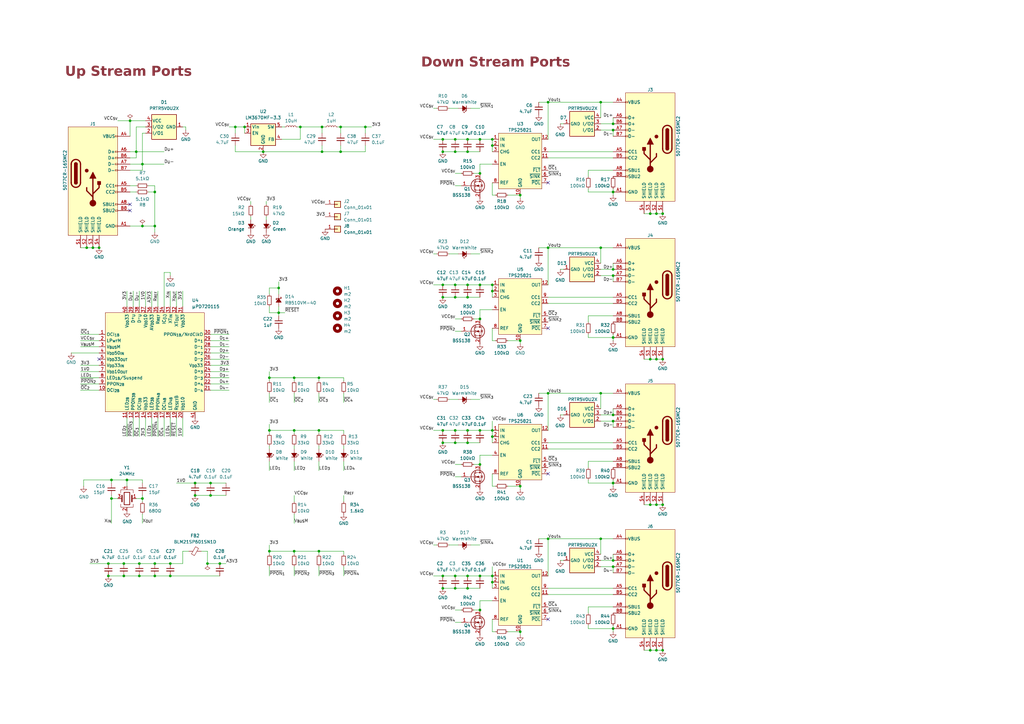
<source format=kicad_sch>
(kicad_sch (version 20250114) (generator "eeschema") (generator_version "9.0")
  (paper "A3")
  (text "Up Stream Ports" (at 26.67 33.02 0) (effects (font (size 4 4) (thickness 0.508) (bold yes)) (justify left bottom)))
  (text "Down Stream Ports" (at 172.72 29.21 0) (effects (font (size 4 4) (thickness 0.508) (bold yes)) (justify left bottom)))
  (junction (at 114.3 118.11))
  (junction (at 246.38 220.98))
  (junction (at 181.61 241.3))
  (junction (at 80.01 203.2))
  (junction (at 186.69 62.23))
  (junction (at 251.46 257.81))
  (junction (at 58.42 204.47))
  (junction (at 53.34 49.53))
  (junction (at 45.72 204.47))
  (junction (at 251.46 170.18))
  (junction (at 191.77 241.3))
  (junction (at 130.81 176.53))
  (junction (at 130.81 226.06))
  (junction (at 120.65 176.53))
  (junction (at 191.77 236.22))
  (junction (at 266.7 87.63))
  (junction (at 107.95 62.23))
  (junction (at 201.93 238.76))
  (junction (at 181.61 236.22))
  (junction (at 90.17 231.14))
  (junction (at 132.08 62.23))
  (junction (at 57.15 236.22))
  (junction (at 269.24 147.32))
  (junction (at 45.72 196.85))
  (junction (at 86.36 198.12))
  (junction (at 201.93 176.53))
  (junction (at 196.85 71.12))
  (junction (at 191.77 116.84))
  (junction (at 266.7 266.7))
  (junction (at 213.36 139.7))
  (junction (at 181.61 176.53))
  (junction (at 201.93 59.69))
  (junction (at 201.93 57.15))
  (junction (at 80.01 198.12))
  (junction (at 251.46 50.8))
  (junction (at 63.5 78.74))
  (junction (at 224.79 220.98))
  (junction (at 44.45 231.14))
  (junction (at 149.86 52.07))
  (junction (at 96.52 52.07))
  (junction (at 251.46 232.41))
  (junction (at 251.46 113.03))
  (junction (at 110.49 154.94))
  (junction (at 181.61 62.23))
  (junction (at 130.81 154.94))
  (junction (at 181.61 116.84))
  (junction (at 271.78 266.7))
  (junction (at 63.5 231.14))
  (junction (at 246.38 101.6))
  (junction (at 40.64 101.6))
  (junction (at 201.93 116.84))
  (junction (at 139.7 52.07))
  (junction (at 44.45 236.22))
  (junction (at 100.33 52.07))
  (junction (at 50.8 236.22))
  (junction (at 57.15 231.14))
  (junction (at 251.46 172.72))
  (junction (at 86.36 203.2))
  (junction (at 123.19 52.07))
  (junction (at 63.5 236.22))
  (junction (at 186.69 121.92))
  (junction (at 251.46 138.43))
  (junction (at 186.69 181.61))
  (junction (at 224.79 101.6))
  (junction (at 196.85 236.22))
  (junction (at 58.42 92.71))
  (junction (at 251.46 110.49))
  (junction (at 191.77 57.15))
  (junction (at 186.69 57.15))
  (junction (at 201.93 119.38))
  (junction (at 63.5 92.71))
  (junction (at 246.38 161.29))
  (junction (at 186.69 236.22))
  (junction (at 213.36 259.08))
  (junction (at 224.79 161.29))
  (junction (at 58.42 67.31))
  (junction (at 186.69 241.3))
  (junction (at 186.69 116.84))
  (junction (at 213.36 80.01))
  (junction (at 271.78 147.32))
  (junction (at 120.65 154.94))
  (junction (at 191.77 62.23))
  (junction (at 196.85 176.53))
  (junction (at 266.7 207.01))
  (junction (at 132.08 52.07))
  (junction (at 50.8 231.14))
  (junction (at 181.61 121.92))
  (junction (at 181.61 57.15))
  (junction (at 110.49 176.53))
  (junction (at 251.46 198.12))
  (junction (at 181.61 181.61))
  (junction (at 271.78 207.01))
  (junction (at 251.46 78.74))
  (junction (at 196.85 250.19))
  (junction (at 201.93 236.22))
  (junction (at 186.69 176.53))
  (junction (at 191.77 176.53))
  (junction (at 251.46 53.34))
  (junction (at 114.3 128.27))
  (junction (at 224.79 41.91))
  (junction (at 69.85 236.22))
  (junction (at 196.85 130.81))
  (junction (at 196.85 190.5))
  (junction (at 271.78 87.63))
  (junction (at 55.88 62.23))
  (junction (at 35.56 101.6))
  (junction (at 38.1 101.6))
  (junction (at 213.36 199.39))
  (junction (at 196.85 116.84))
  (junction (at 196.85 57.15))
  (junction (at 269.24 266.7))
  (junction (at 191.77 181.61))
  (junction (at 85.09 231.14))
  (junction (at 120.65 226.06))
  (junction (at 52.07 196.85))
  (junction (at 69.85 231.14))
  (junction (at 110.49 226.06))
  (junction (at 269.24 207.01))
  (junction (at 246.38 41.91))
  (junction (at 201.93 179.07))
  (junction (at 251.46 229.87))
  (junction (at 139.7 62.23))
  (junction (at 269.24 87.63))
  (junction (at 266.7 147.32))
  (junction (at 191.77 121.92))
  (no_connect (at 224.79 194.31))
  (no_connect (at 224.79 74.93))
  (no_connect (at 224.79 134.62))
  (no_connect (at 224.79 254))
  (no_connect (at 53.34 83.82))
  (no_connect (at 40.64 147.32))
  (no_connect (at 53.34 86.36))
  (wire (pts (xy 208.28 80.01) (xy 213.36 80.01)))
  (wire (pts (xy 140.97 165.1) (xy 140.97 161.29)))
  (wire (pts (xy 271.78 207.01) (xy 269.24 207.01)))
  (wire (pts (xy 130.81 189.23) (xy 130.81 193.04)))
  (wire (pts (xy 251.46 129.54) (xy 241.3 129.54)))
  (wire (pts (xy 186.69 176.53) (xy 191.77 176.53)))
  (wire (pts (xy 85.09 226.06) (xy 85.09 231.14)))
  (wire (pts (xy 194.31 71.12) (xy 196.85 71.12)))
  (wire (pts (xy 130.81 165.1) (xy 130.81 161.29)))
  (wire (pts (xy 251.46 80.01) (xy 251.46 78.74)))
  (wire (pts (xy 63.5 92.71) (xy 63.5 95.25)))
  (wire (pts (xy 251.46 175.26) (xy 251.46 172.72)))
  (wire (pts (xy 224.79 41.91) (xy 246.38 41.91)))
  (wire (pts (xy 63.5 76.2) (xy 63.5 78.74)))
  (wire (pts (xy 130.81 227.33) (xy 130.81 226.06)))
  (wire (pts (xy 251.46 107.95) (xy 251.46 110.49)))
  (wire (pts (xy 224.79 241.3) (xy 251.46 241.3)))
  (wire (pts (xy 33.02 139.7) (xy 40.64 139.7)))
  (wire (pts (xy 220.98 41.91) (xy 224.79 41.91)))
  (wire (pts (xy 140.97 227.33) (xy 140.97 226.06)))
  (wire (pts (xy 33.02 142.24) (xy 40.64 142.24)))
  (wire (pts (xy 251.46 115.57) (xy 251.46 113.03)))
  (wire (pts (xy 241.3 138.43) (xy 251.46 138.43)))
  (wire (pts (xy 86.36 152.4) (xy 93.98 152.4)))
  (wire (pts (xy 110.49 173.99) (xy 110.49 176.53)))
  (wire (pts (xy 196.85 57.15) (xy 201.93 57.15)))
  (wire (pts (xy 130.81 226.06) (xy 140.97 226.06)))
  (wire (pts (xy 224.79 41.91) (xy 224.79 57.15)))
  (wire (pts (xy 59.69 52.07) (xy 55.88 52.07)))
  (wire (pts (xy 120.65 176.53) (xy 130.81 176.53)))
  (wire (pts (xy 110.49 125.73) (xy 110.49 128.27)))
  (wire (pts (xy 251.46 234.95) (xy 251.46 232.41)))
  (wire (pts (xy 177.8 163.83) (xy 179.07 163.83)))
  (wire (pts (xy 33.02 137.16) (xy 40.64 137.16)))
  (wire (pts (xy 246.38 227.33) (xy 246.38 220.98)))
  (wire (pts (xy 123.19 52.07) (xy 132.08 52.07)))
  (wire (pts (xy 196.85 223.52) (xy 193.04 223.52)))
  (wire (pts (xy 120.65 227.33) (xy 120.65 226.06)))
  (wire (pts (xy 140.97 156.21) (xy 140.97 154.94)))
  (wire (pts (xy 213.36 200.66) (xy 213.36 199.39)))
  (wire (pts (xy 45.72 196.85) (xy 52.07 196.85)))
  (wire (pts (xy 34.29 196.85) (xy 34.29 199.39)))
  (wire (pts (xy 177.8 223.52) (xy 179.07 223.52)))
  (wire (pts (xy 191.77 181.61) (xy 196.85 181.61)))
  (wire (pts (xy 201.93 199.39) (xy 203.2 199.39)))
  (wire (pts (xy 120.65 156.21) (xy 120.65 154.94)))
  (wire (pts (xy 201.93 116.84) (xy 201.93 119.38)))
  (wire (pts (xy 100.33 52.07) (xy 100.33 54.61)))
  (wire (pts (xy 251.46 77.47) (xy 251.46 78.74)))
  (wire (pts (xy 138.43 52.07) (xy 139.7 52.07)))
  (wire (pts (xy 246.38 229.87) (xy 251.46 229.87)))
  (wire (pts (xy 86.36 160.02) (xy 93.98 160.02)))
  (wire (pts (xy 33.02 149.86) (xy 40.64 149.86)))
  (wire (pts (xy 130.81 176.53) (xy 140.97 176.53)))
  (wire (pts (xy 52.07 196.85) (xy 52.07 199.39)))
  (wire (pts (xy 246.38 50.8) (xy 251.46 50.8)))
  (wire (pts (xy 60.96 78.74) (xy 63.5 78.74)))
  (wire (pts (xy 120.65 189.23) (xy 120.65 193.04)))
  (wire (pts (xy 196.85 44.45) (xy 193.04 44.45)))
  (wire (pts (xy 224.79 181.61) (xy 251.46 181.61)))
  (wire (pts (xy 224.79 220.98) (xy 224.79 236.22)))
  (wire (pts (xy 246.38 101.6) (xy 251.46 101.6)))
  (wire (pts (xy 177.8 57.15) (xy 181.61 57.15)))
  (wire (pts (xy 229.87 170.18) (xy 231.14 170.18)))
  (wire (pts (xy 74.93 226.06) (xy 77.47 226.06)))
  (wire (pts (xy 53.34 49.53) (xy 53.34 55.88)))
  (wire (pts (xy 229.87 229.87) (xy 231.14 229.87)))
  (wire (pts (xy 251.46 227.33) (xy 251.46 229.87)))
  (wire (pts (xy 130.81 177.8) (xy 130.81 176.53)))
  (wire (pts (xy 115.57 57.15) (xy 123.19 57.15)))
  (wire (pts (xy 196.85 130.81) (xy 196.85 127)))
  (wire (pts (xy 110.49 154.94) (xy 120.65 154.94)))
  (wire (pts (xy 177.8 104.14) (xy 179.07 104.14)))
  (wire (pts (xy 201.93 119.38) (xy 201.93 121.92)))
  (wire (pts (xy 241.3 137.16) (xy 241.3 138.43)))
  (wire (pts (xy 191.77 116.84) (xy 196.85 116.84)))
  (wire (pts (xy 62.23 119.38) (xy 62.23 125.73)))
  (wire (pts (xy 54.61 179.07) (xy 54.61 171.45)))
  (wire (pts (xy 186.69 236.22) (xy 191.77 236.22)))
  (wire (pts (xy 186.69 62.23) (xy 191.77 62.23)))
  (wire (pts (xy 130.81 156.21) (xy 130.81 154.94)))
  (wire (pts (xy 86.36 203.2) (xy 92.71 203.2)))
  (wire (pts (xy 251.46 55.88) (xy 251.46 53.34)))
  (wire (pts (xy 53.34 62.23) (xy 55.88 62.23)))
  (wire (pts (xy 55.88 62.23) (xy 55.88 64.77)))
  (wire (pts (xy 186.69 190.5) (xy 189.23 190.5)))
  (wire (pts (xy 140.97 203.2) (xy 140.97 205.74)))
  (wire (pts (xy 116.84 128.27) (xy 114.3 128.27)))
  (wire (pts (xy 69.85 179.07) (xy 69.85 171.45)))
  (wire (pts (xy 269.24 147.32) (xy 266.7 147.32)))
  (wire (pts (xy 86.36 198.12) (xy 92.71 198.12)))
  (wire (pts (xy 149.86 52.07) (xy 152.4 52.07)))
  (wire (pts (xy 63.5 76.2) (xy 60.96 76.2)))
  (wire (pts (xy 224.79 101.6) (xy 224.79 116.84)))
  (wire (pts (xy 58.42 69.85) (xy 53.34 69.85)))
  (wire (pts (xy 85.09 226.06) (xy 82.55 226.06)))
  (wire (pts (xy 201.93 176.53) (xy 201.93 179.07)))
  (wire (pts (xy 58.42 196.85) (xy 52.07 196.85)))
  (wire (pts (xy 63.5 236.22) (xy 69.85 236.22)))
  (wire (pts (xy 57.15 179.07) (xy 57.15 171.45)))
  (wire (pts (xy 191.77 62.23) (xy 196.85 62.23)))
  (wire (pts (xy 90.17 231.14) (xy 92.71 231.14)))
  (wire (pts (xy 114.3 118.11) (xy 114.3 120.65)))
  (wire (pts (xy 186.69 71.12) (xy 189.23 71.12)))
  (wire (pts (xy 72.39 179.07) (xy 72.39 171.45)))
  (wire (pts (xy 33.02 152.4) (xy 40.64 152.4)))
  (wire (pts (xy 29.21 144.78) (xy 40.64 144.78)))
  (wire (pts (xy 58.42 210.82) (xy 58.42 214.63)))
  (wire (pts (xy 186.69 57.15) (xy 191.77 57.15)))
  (wire (pts (xy 55.88 52.07) (xy 55.88 62.23)))
  (wire (pts (xy 45.72 204.47) (xy 48.26 204.47)))
  (wire (pts (xy 224.79 220.98) (xy 246.38 220.98)))
  (wire (pts (xy 139.7 52.07) (xy 149.86 52.07)))
  (wire (pts (xy 224.79 184.15) (xy 251.46 184.15)))
  (wire (pts (xy 110.49 226.06) (xy 110.49 227.33)))
  (wire (pts (xy 86.36 147.32) (xy 93.98 147.32)))
  (wire (pts (xy 109.22 90.17) (xy 109.22 88.9)))
  (wire (pts (xy 69.85 231.14) (xy 74.93 231.14)))
  (wire (pts (xy 213.36 140.97) (xy 213.36 139.7)))
  (wire (pts (xy 36.83 231.14) (xy 44.45 231.14)))
  (wire (pts (xy 140.97 189.23) (xy 140.97 193.04)))
  (wire (pts (xy 196.85 250.19) (xy 196.85 246.38)))
  (wire (pts (xy 115.57 52.07) (xy 116.84 52.07)))
  (wire (pts (xy 58.42 92.71) (xy 63.5 92.71)))
  (wire (pts (xy 57.15 119.38) (xy 57.15 125.73)))
  (wire (pts (xy 33.02 157.48) (xy 40.64 157.48)))
  (wire (pts (xy 246.38 113.03) (xy 251.46 113.03)))
  (wire (pts (xy 196.85 190.5) (xy 196.85 186.69)))
  (wire (pts (xy 54.61 119.38) (xy 54.61 125.73)))
  (wire (pts (xy 74.93 119.38) (xy 74.93 125.73)))
  (wire (pts (xy 72.39 198.12) (xy 80.01 198.12)))
  (wire (pts (xy 80.01 203.2) (xy 86.36 203.2)))
  (wire (pts (xy 241.3 129.54) (xy 241.3 132.08)))
  (wire (pts (xy 58.42 54.61) (xy 59.69 54.61)))
  (wire (pts (xy 50.8 231.14) (xy 57.15 231.14)))
  (wire (pts (xy 224.79 161.29) (xy 246.38 161.29)))
  (wire (pts (xy 196.85 104.14) (xy 193.04 104.14)))
  (wire (pts (xy 52.07 179.07) (xy 52.07 171.45)))
  (wire (pts (xy 110.49 176.53) (xy 120.65 176.53)))
  (wire (pts (xy 269.24 207.01) (xy 266.7 207.01)))
  (wire (pts (xy 38.1 101.6) (xy 40.64 101.6)))
  (wire (pts (xy 246.38 161.29) (xy 251.46 161.29)))
  (wire (pts (xy 246.38 41.91) (xy 251.46 41.91)))
  (wire (pts (xy 191.77 57.15) (xy 196.85 57.15)))
  (wire (pts (xy 74.93 179.07) (xy 74.93 171.45)))
  (wire (pts (xy 191.77 236.22) (xy 196.85 236.22)))
  (wire (pts (xy 251.46 139.7) (xy 251.46 138.43)))
  (wire (pts (xy 269.24 87.63) (xy 266.7 87.63)))
  (wire (pts (xy 224.79 161.29) (xy 224.79 176.53)))
  (wire (pts (xy 48.26 49.53) (xy 53.34 49.53)))
  (wire (pts (xy 191.77 241.3) (xy 196.85 241.3)))
  (wire (pts (xy 59.69 49.53) (xy 53.34 49.53)))
  (wire (pts (xy 191.77 176.53) (xy 196.85 176.53)))
  (wire (pts (xy 251.46 248.92) (xy 241.3 248.92)))
  (wire (pts (xy 120.65 210.82) (xy 120.65 214.63)))
  (wire (pts (xy 201.93 194.31) (xy 201.93 199.39)))
  (wire (pts (xy 201.93 232.41) (xy 201.93 236.22)))
  (wire (pts (xy 194.31 190.5) (xy 196.85 190.5)))
  (wire (pts (xy 266.7 147.32) (xy 264.16 147.32)))
  (wire (pts (xy 224.79 101.6) (xy 246.38 101.6)))
  (wire (pts (xy 120.65 177.8) (xy 120.65 176.53)))
  (wire (pts (xy 246.38 53.34) (xy 251.46 53.34)))
  (wire (pts (xy 208.28 199.39) (xy 213.36 199.39)))
  (wire (pts (xy 57.15 236.22) (xy 63.5 236.22)))
  (wire (pts (xy 271.78 147.32) (xy 269.24 147.32)))
  (wire (pts (xy 196.85 246.38) (xy 201.93 246.38)))
  (wire (pts (xy 130.81 182.88) (xy 130.81 184.15)))
  (wire (pts (xy 132.08 52.07) (xy 133.35 52.07)))
  (wire (pts (xy 45.72 204.47) (xy 45.72 214.63)))
  (wire (pts (xy 224.79 62.23) (xy 251.46 62.23)))
  (wire (pts (xy 140.97 236.22) (xy 140.97 232.41)))
  (wire (pts (xy 266.7 87.63) (xy 264.16 87.63)))
  (wire (pts (xy 114.3 115.57) (xy 114.3 118.11)))
  (wire (pts (xy 67.31 179.07) (xy 67.31 171.45)))
  (wire (pts (xy 181.61 116.84) (xy 186.69 116.84)))
  (wire (pts (xy 186.69 76.2) (xy 189.23 76.2)))
  (wire (pts (xy 86.36 137.16) (xy 93.98 137.16)))
  (wire (pts (xy 130.81 236.22) (xy 130.81 232.41)))
  (wire (pts (xy 80.01 198.12) (xy 86.36 198.12)))
  (wire (pts (xy 196.85 127) (xy 201.93 127)))
  (wire (pts (xy 52.07 119.38) (xy 52.07 125.73)))
  (wire (pts (xy 58.42 67.31) (xy 67.31 67.31)))
  (wire (pts (xy 181.61 241.3) (xy 186.69 241.3)))
  (wire (pts (xy 251.46 259.08) (xy 251.46 257.81)))
  (wire (pts (xy 86.36 157.48) (xy 93.98 157.48)))
  (wire (pts (xy 86.36 154.94) (xy 93.98 154.94)))
  (wire (pts (xy 186.69 116.84) (xy 191.77 116.84)))
  (wire (pts (xy 64.77 179.07) (xy 64.77 171.45)))
  (wire (pts (xy 69.85 125.73) (xy 69.85 119.38)))
  (wire (pts (xy 44.45 231.14) (xy 50.8 231.14)))
  (wire (pts (xy 224.79 64.77) (xy 251.46 64.77)))
  (wire (pts (xy 220.98 101.6) (xy 224.79 101.6)))
  (wire (pts (xy 149.86 52.07) (xy 149.86 54.61)))
  (wire (pts (xy 53.34 92.71) (xy 58.42 92.71)))
  (wire (pts (xy 246.38 172.72) (xy 251.46 172.72)))
  (wire (pts (xy 102.87 90.17) (xy 102.87 88.9)))
  (wire (pts (xy 57.15 231.14) (xy 63.5 231.14)))
  (wire (pts (xy 35.56 101.6) (xy 38.1 101.6)))
  (wire (pts (xy 181.61 121.92) (xy 186.69 121.92)))
  (wire (pts (xy 102.87 83.82) (xy 102.87 82.55)))
  (wire (pts (xy 266.7 207.01) (xy 264.16 207.01)))
  (wire (pts (xy 33.02 101.6) (xy 35.56 101.6)))
  (wire (pts (xy 96.52 62.23) (xy 107.95 62.23)))
  (wire (pts (xy 58.42 54.61) (xy 58.42 67.31)))
  (wire (pts (xy 201.93 236.22) (xy 201.93 238.76)))
  (wire (pts (xy 53.34 67.31) (xy 58.42 67.31)))
  (wire (pts (xy 269.24 266.7) (xy 266.7 266.7)))
  (wire (pts (xy 251.46 69.85) (xy 241.3 69.85)))
  (wire (pts (xy 96.52 52.07) (xy 100.33 52.07)))
  (wire (pts (xy 196.85 67.31) (xy 201.93 67.31)))
  (wire (pts (xy 251.46 137.16) (xy 251.46 138.43)))
  (wire (pts (xy 86.36 139.7) (xy 93.98 139.7)))
  (wire (pts (xy 86.36 149.86) (xy 93.98 149.86)))
  (wire (pts (xy 114.3 128.27) (xy 110.49 128.27)))
  (wire (pts (xy 213.36 260.35) (xy 213.36 259.08)))
  (wire (pts (xy 59.69 119.38) (xy 59.69 125.73)))
  (wire (pts (xy 58.42 67.31) (xy 58.42 69.85)))
  (wire (pts (xy 140.97 177.8) (xy 140.97 176.53)))
  (wire (pts (xy 114.3 125.73) (xy 114.3 128.27)))
  (wire (pts (xy 96.52 59.69) (xy 96.52 62.23)))
  (wire (pts (xy 251.46 257.81) (xy 241.3 257.81)))
  (wire (pts (xy 45.72 198.12) (xy 45.72 196.85)))
  (wire (pts (xy 67.31 111.76) (xy 67.31 125.73)))
  (wire (pts (xy 69.85 111.76) (xy 69.85 113.03)))
  (wire (pts (xy 191.77 121.92) (xy 196.85 121.92)))
  (wire (pts (xy 201.93 259.08) (xy 203.2 259.08)))
  (wire (pts (xy 246.38 232.41) (xy 251.46 232.41)))
  (wire (pts (xy 220.98 161.29) (xy 224.79 161.29)))
  (wire (pts (xy 110.49 189.23) (xy 110.49 193.04)))
  (wire (pts (xy 110.49 152.4) (xy 110.49 154.94)))
  (wire (pts (xy 251.46 167.64) (xy 251.46 170.18)))
  (wire (pts (xy 110.49 165.1) (xy 110.49 161.29)))
  (wire (pts (xy 177.8 176.53) (xy 181.61 176.53)))
  (wire (pts (xy 114.3 118.11) (xy 110.49 118.11)))
  (wire (pts (xy 33.02 154.94) (xy 40.64 154.94)))
  (wire (pts (xy 220.98 220.98) (xy 224.79 220.98)))
  (wire (pts (xy 149.86 62.23) (xy 149.86 59.69)))
  (wire (pts (xy 184.15 44.45) (xy 187.96 44.45)))
  (wire (pts (xy 196.85 236.22) (xy 201.93 236.22)))
  (wire (pts (xy 110.49 223.52) (xy 110.49 226.06)))
  (wire (pts (xy 181.61 236.22) (xy 186.69 236.22)))
  (wire (pts (xy 241.3 69.85) (xy 241.3 72.39)))
  (wire (pts (xy 196.85 186.69) (xy 201.93 186.69)))
  (wire (pts (xy 76.2 52.07) (xy 74.93 52.07)))
  (wire (pts (xy 213.36 81.28) (xy 213.36 80.01)))
  (wire (pts (xy 201.93 57.15) (xy 201.93 59.69)))
  (wire (pts (xy 251.46 199.39) (xy 251.46 198.12)))
  (wire (pts (xy 201.93 179.07) (xy 201.93 181.61)))
  (wire (pts (xy 76.2 53.34) (xy 76.2 52.07)))
  (wire (pts (xy 110.49 226.06) (xy 120.65 226.06)))
  (wire (pts (xy 120.65 203.2) (xy 120.65 205.74)))
  (wire (pts (xy 246.38 220.98) (xy 251.46 220.98)))
  (wire (pts (xy 120.65 154.94) (xy 130.81 154.94)))
  (wire (pts (xy 201.93 254) (xy 201.93 259.08)))
  (wire (pts (xy 186.69 135.89) (xy 189.23 135.89)))
  (wire (pts (xy 196.85 71.12) (xy 196.85 67.31)))
  (wire (pts (xy 121.92 52.07) (xy 123.19 52.07)))
  (wire (pts (xy 201.93 172.72) (xy 201.93 176.53)))
  (wire (pts (xy 229.87 110.49) (xy 231.14 110.49)))
  (wire (pts (xy 186.69 121.92) (xy 191.77 121.92)))
  (wire (pts (xy 120.65 236.22) (xy 120.65 232.41)))
  (wire (pts (xy 110.49 120.65) (xy 110.49 118.11)))
  (wire (pts (xy 85.09 231.14) (xy 90.17 231.14)))
  (wire (pts (xy 59.69 179.07) (xy 59.69 171.45)))
  (wire (pts (xy 181.61 176.53) (xy 186.69 176.53)))
  (wire (pts (xy 45.72 203.2) (xy 45.72 204.47)))
  (wire (pts (xy 224.79 124.46) (xy 251.46 124.46)))
  (wire (pts (xy 110.49 236.22) (xy 110.49 232.41)))
  (wire (pts (xy 64.77 119.38) (xy 64.77 125.73)))
  (wire (pts (xy 187.96 104.14) (xy 184.15 104.14)))
  (wire (pts (xy 139.7 52.07) (xy 139.7 54.61)))
  (wire (pts (xy 251.46 198.12) (xy 241.3 198.12)))
  (wire (pts (xy 44.45 236.22) (xy 50.8 236.22)))
  (wire (pts (xy 181.61 57.15) (xy 186.69 57.15)))
  (wire (pts (xy 109.22 83.82) (xy 109.22 82.55)))
  (wire (pts (xy 196.85 176.53) (xy 201.93 176.53)))
  (wire (pts (xy 110.49 154.94) (xy 110.49 156.21)))
  (wire (pts (xy 224.79 243.84) (xy 251.46 243.84)))
  (wire (pts (xy 186.69 181.61) (xy 191.77 181.61)))
  (wire (pts (xy 271.78 87.63) (xy 269.24 87.63)))
  (wire (pts (xy 201.93 238.76) (xy 201.93 241.3)))
  (wire (pts (xy 123.19 52.07) (xy 123.19 57.15)))
  (wire (pts (xy 251.46 196.85) (xy 251.46 198.12)))
  (wire (pts (xy 120.65 182.88) (xy 120.65 184.15)))
  (wire (pts (xy 50.8 236.22) (xy 57.15 236.22)))
  (wire (pts (xy 181.61 181.61) (xy 186.69 181.61)))
  (wire (pts (xy 72.39 125.73) (xy 72.39 119.38)))
  (wire (pts (xy 120.65 226.06) (xy 130.81 226.06)))
  (wire (pts (xy 55.88 62.23) (xy 67.31 62.23)))
  (wire (pts (xy 55.88 204.47) (xy 58.42 204.47)))
  (wire (pts (xy 187.96 223.52) (xy 184.15 223.52)))
  (wire (pts (xy 241.3 78.74) (xy 251.46 78.74)))
  (wire (pts (xy 139.7 59.69) (xy 139.7 62.23)))
  (wire (pts (xy 181.61 62.23) (xy 186.69 62.23)))
  (wire (pts (xy 241.3 196.85) (xy 241.3 198.12)))
  (wire (pts (xy 266.7 266.7) (xy 264.16 266.7)))
  (wire (pts (xy 114.3 129.54) (xy 114.3 128.27)))
  (wire (pts (xy 33.02 160.02) (xy 40.64 160.02)))
  (wire (pts (xy 96.52 54.61) (xy 96.52 52.07)))
  (wire (pts (xy 69.85 236.22) (xy 90.17 236.22)))
  (wire (pts (xy 186.69 130.81) (xy 189.23 130.81)))
  (wire (pts (xy 140.97 182.88) (xy 140.97 184.15)))
  (wire (pts (xy 186.69 241.3) (xy 191.77 241.3)))
  (wire (pts (xy 251.46 256.54) (xy 251.46 257.81)))
  (wire (pts (xy 177.8 116.84) (xy 181.61 116.84)))
  (wire (pts (xy 246.38 110.49) (xy 251.46 110.49)))
  (wire (pts (xy 130.81 154.94) (xy 140.97 154.94)))
  (wire (pts (xy 177.8 44.45) (xy 179.07 44.45)))
  (wire (pts (xy 224.79 121.92) (xy 251.46 121.92)))
  (wire (pts (xy 208.28 259.08) (xy 213.36 259.08)))
  (wire (pts (xy 63.5 231.14) (xy 69.85 231.14)))
  (wire (pts (xy 86.36 144.78) (xy 93.98 144.78)))
  (wire (pts (xy 246.38 101.6) (xy 246.38 107.95)))
  (wire (pts (xy 58.42 204.47) (xy 58.42 205.74)))
  (wire (pts (xy 241.3 248.92) (xy 241.3 251.46)))
  (wire (pts (xy 241.3 256.54) (xy 241.3 257.81)))
  (wire (pts (xy 201.93 59.69) (xy 201.93 62.23)))
  (wire (pts (xy 53.34 76.2) (xy 55.88 76.2)))
  (wire (pts (xy 194.31 250.19) (xy 196.85 250.19)))
  (wire (pts (xy 63.5 78.74) (xy 63.5 92.71)))
  (wire (pts (xy 251.46 48.26) (xy 251.46 50.8)))
  (wire (pts (xy 186.69 255.27) (xy 189.23 255.27)))
  (wire (pts (xy 241.3 77.47) (xy 241.3 78.74)))
  (wire (pts (xy 186.69 250.19) (xy 189.23 250.19)))
  (wire (pts (xy 86.36 142.24) (xy 93.98 142.24)))
  (wire (pts (xy 110.49 182.88) (xy 110.49 184.15)))
  (wire (pts (xy 93.98 52.07) (xy 96.52 52.07)))
  (wire (pts (xy 69.85 111.76) (xy 67.31 111.76)))
  (wire (pts (xy 201.93 139.7) (xy 203.2 139.7)))
  (wire (pts (xy 246.38 41.91) (xy 246.38 48.26)))
  (wire (pts (xy 201.93 74.93) (xy 201.93 80.01)))
  (wire (pts (xy 194.31 130.81) (xy 196.85 130.81)))
  (wire (pts (xy 45.72 196.85) (xy 34.29 196.85)))
  (wire (pts (xy 201.93 80.01) (xy 203.2 80.01)))
  (wire (pts (xy 208.28 139.7) (xy 213.36 139.7)))
  (wire (pts (xy 55.88 64.77) (xy 53.34 64.77)))
  (wire (pts (xy 271.78 266.7) (xy 269.24 266.7)))
  (wire (pts (xy 110.49 176.53) (xy 110.49 177.8)))
  (wire (pts (xy 139.7 62.23) (xy 149.86 62.23)))
  (wire (pts (xy 246.38 167.64) (xy 246.38 161.29)))
  (wire (pts (xy 201.93 134.62) (xy 201.93 139.7)))
  (wire (pts (xy 251.46 189.23) (xy 241.3 189.23)))
  (wire (pts (xy 132.08 59.69) (xy 132.08 62.23)))
  (wire (pts (xy 229.87 50.8) (xy 231.14 50.8)))
  (wire (pts (xy 196.85 163.83) (xy 193.04 163.83)))
  (wire (pts (xy 74.93 226.06) (xy 74.93 231.14)))
  (wire (pts (xy 58.42 203.2) (xy 58.42 204.47)))
  (wire (pts (xy 177.8 236.22) (xy 181.61 236.22)))
  (wire (pts (xy 53.34 78.74) (xy 55.88 78.74)))
  (wire (pts (xy 186.69 195.58) (xy 189.23 195.58)))
  (wire (pts (xy 120.65 165.1) (xy 120.65 161.29)))
  (wire (pts (xy 62.23 179.07) (xy 62.23 171.45)))
  (wire (pts (xy 241.3 189.23) (xy 241.3 191.77)))
  (wire (pts (xy 58.42 196.85) (xy 58.42 198.12)))
  (wire (pts (xy 246.38 170.18) (xy 251.46 170.18)))
  (wire (pts (xy 132.08 54.61) (xy 132.08 52.07)))
  (wire (pts (xy 184.15 163.83) (xy 187.96 163.83)))
  (wire (pts (xy 196.85 116.84) (xy 201.93 116.84)))
  (wire (pts (xy 107.95 62.23) (xy 132.08 62.23)))
  (wire (pts (xy 132.08 62.23) (xy 139.7 62.23)))
  (label "1V0" (at 33.02 152.4 0))
  (label "~{OC}_{3}" (at 224.79 189.23 0))
  (label "A3V3" (at 62.23 119.38 270))
  (label "~{OC}_{4}" (at 67.31 179.07 90))
  (label "~{PPON}_{3}" (at 130.81 236.22 0))
  (label "~{PPON}_{4}" (at 140.97 236.22 0))
  (label "VCC_{5V}" (at 48.26 49.53 180))
  (label "~{PPON}_{2}" (at 186.69 135.89 180))
  (label "V_{BUS}M" (at 33.02 142.24 0))
  (label "~{PPON}_{3}" (at 54.61 179.07 90))
  (label "VCC_{5V}" (at 201.93 172.72 0))
  (label "3V3" (at 93.98 149.86 180))
  (label "VCC_{5V}" (at 186.69 250.19 180))
  (label "~{SINK}_{3}" (at 196.85 163.83 0))
  (label "~{SINK}_{1}" (at 224.79 72.39 0))
  (label "~{OC}_{1}" (at 224.79 69.85 0))
  (label "~{PPON}_{1}" (at 186.69 76.2 180))
  (label "~{SINK}_{1}" (at 196.85 44.45 0))
  (label "3V3" (at 110.49 152.4 0))
  (label "D_{3}-" (at 251.46 175.26 180))
  (label "3V3" (at 110.49 223.52 0))
  (label "LED_{4}" (at 69.85 179.07 90))
  (label "~{SINK}_{2}" (at 196.85 104.14 0))
  (label "LED_{2}" (at 120.65 193.04 0))
  (label "3V3" (at 110.49 173.99 0))
  (label "LED_{1}" (at 110.49 193.04 0))
  (label "1V0" (at 59.69 119.38 270))
  (label "D_{2}-" (at 251.46 115.57 180))
  (label "VCC_{5V}" (at 186.69 130.81 180))
  (label "~{PPON}_{1}" (at 93.98 137.16 180))
  (label "VCC_{5V}" (at 201.93 232.41 0))
  (label "R_{REF}" (at 140.97 203.2 0))
  (label "LED_{3}" (at 130.81 193.04 0))
  (label "Vout_{1}" (at 224.79 41.91 0))
  (label "~{PPON}_{2}" (at 120.65 236.22 0))
  (label "VCC_{5V}" (at 133.35 83.82 180))
  (label "~{PPON}_{2}" (at 33.02 157.48 0))
  (label "D_{4}+" (at 251.46 229.87 180))
  (label "VCC_{5V}" (at 177.8 236.22 180))
  (label "D_{2}+" (at 251.46 110.49 180))
  (label "VCC_{5V}" (at 177.8 163.83 180))
  (label "D_{U}-" (at 57.15 119.38 270))
  (label "VCC_{5V}" (at 177.8 116.84 180))
  (label "VCC_{5V}" (at 177.8 223.52 180))
  (label "~{OC}_{4}" (at 140.97 165.1 0))
  (label "~{RESET}" (at 116.84 128.27 0))
  (label "LED_{2}" (at 52.07 179.07 90))
  (label "3V3" (at 59.69 179.07 90))
  (label "D_{1}-" (at 93.98 142.24 180))
  (label "LED_{4}" (at 140.97 193.04 0))
  (label "X_{IN}" (at 69.85 119.38 270))
  (label "X_{OUT}" (at 72.39 119.38 270))
  (label "~{OC}_{3}" (at 57.15 179.07 90))
  (label "3V3" (at 133.35 88.9 180))
  (label "~{OC}_{2}" (at 120.65 165.1 0))
  (label "VCC_{5V}" (at 33.02 139.7 0))
  (label "D_{4}-" (at 93.98 160.02 180))
  (label "~{OC}_{2}" (at 33.02 160.02 0))
  (label "VCC_{5V}" (at 186.69 190.5 180))
  (label "~{SINK}_{4}" (at 224.79 251.46 0))
  (label "D_{4}-" (at 251.46 234.95 180))
  (label "D_{1}+" (at 93.98 139.7 180))
  (label "VCC_{5V}" (at 93.98 52.07 180))
  (label "D_{4}+" (at 93.98 157.48 180))
  (label "D_{3}+" (at 251.46 170.18 180))
  (label "~{SINK}_{3}" (at 224.79 191.77 0))
  (label "D_{2}+" (at 93.98 144.78 180))
  (label "Vout_{4}" (at 224.79 220.98 0))
  (label "VCC_{5V}" (at 120.65 203.2 0))
  (label "~{OC}_{3}" (at 130.81 165.1 0))
  (label "VCC_{5V}" (at 102.87 82.55 180))
  (label "1V0" (at 72.39 198.12 0))
  (label "~{PPON}_{4}" (at 186.69 255.27 180))
  (label "V_{BUS}M" (at 120.65 214.63 0))
  (label "VCC_{5V}" (at 186.69 71.12 180))
  (label "VCC_{5V}" (at 177.8 104.14 180))
  (label "Vout_{2}" (at 224.79 101.6 0))
  (label "~{RESET}" (at 72.39 179.07 90))
  (label "~{OC}_{4}" (at 224.79 248.92 0))
  (label "3V3" (at 36.83 231.14 0))
  (label "Vout_{3}" (at 224.79 161.29 0))
  (label "~{SINK}_{2}" (at 224.79 132.08 0))
  (label "~{OC}_{2}" (at 224.79 129.54 0))
  (label "~{PPON}_{1}" (at 110.49 236.22 0))
  (label "~{PPON}_{4}" (at 64.77 179.07 90))
  (label "3V3" (at 152.4 52.07 0))
  (label "X_{IN}" (at 45.72 214.63 180))
  (label "~{SINK}_{4}" (at 196.85 223.52 0))
  (label "VCC_{5V}" (at 177.8 57.15 180))
  (label "~{OC}_{1}" (at 33.02 137.16 0))
  (label "D_{2}-" (at 93.98 147.32 180))
  (label "VCC_{5V}" (at 177.8 44.45 180))
  (label "D_{U}-" (at 67.31 67.31 0))
  (label "D_{U}+" (at 54.61 119.38 270))
  (label "R_{REF}" (at 64.77 119.38 270))
  (label "A3V3" (at 92.71 231.14 0))
  (label "VCC_{5V}" (at 177.8 176.53 180))
  (label "LED_{1}" (at 33.02 154.94 0))
  (label "3V3" (at 114.3 115.57 0))
  (label "3V3" (at 52.07 119.38 270))
  (label "X_{OUT}" (at 58.42 214.63 0))
  (label "3V3" (at 33.02 149.86 0))
  (label "~{OC}_{1}" (at 110.49 165.1 0))
  (label "LED_{3}" (at 62.23 179.07 90))
  (label "D_{3}-" (at 93.98 154.94 180))
  (label "D_{3}+" (at 93.98 152.4 180))
  (label "3V3" (at 74.93 119.38 270))
  (label "D_{1}-" (at 251.46 55.88 180))
  (label "D_{1}+" (at 251.46 48.26 180))
  (label "3V3" (at 109.22 82.55 0))
  (label "~{PPON}_{3}" (at 186.69 195.58 180))
  (label "D_{U}+" (at 67.31 62.23 0))
  (label "1V0" (at 74.93 179.07 90))
  (symbol (lib_id "_platinumegg:PRTR5V0U2X") (at 238.76 170.18 0) (mirror x) (unit 1)
    (property "Reference" "D16" (at 232.41 167.64 0) (effects (justify right)))
    (property "Value" "PRTR5V0U2X" (at 245.11 163.83 0) (effects (justify right)))
    (property "Footprint" "Package_TO_SOT_SMD:SOT-143" (effects (hide yes)))
    (property "Datasheet" "https://www.chip1stop.com/view/dispDetail/DispDetail?partId=NXP1-0037210" (effects (hide yes)))
    (property "Description" "Ultra low capacitance double rail-to-rail ESD protection diode, SOT-143" (effects (hide yes)))
  )
  (symbol (lib_id "Device:C_Small") (at 80.01 200.66 0) (unit 1)
    (property "Reference" "C18" (at 80.01 193.04 0))
    (property "Value" "4.7uF" (at 80.01 195.58 0))
    (property "Footprint" "Capacitor_SMD:C_0402_1005Metric" (effects (hide yes)))
    (property "Datasheet" "https://akizukidenshi.com/catalog/g/g113700/" (effects (hide yes)))
  )
  (symbol (lib_id "power:GND") (at 213.36 140.97 0) (unit 1)
    (property "Reference" "#PWR025" (effects (hide yes)))
    (property "Value" "GND" (at 213.36 144.78 0))
    (property "Description" "Power symbol creates a global label with name \"GND\" , ground" (effects (hide yes)))
  )
  (symbol (lib_id "Device:R_Small") (at 251.46 254 0) (mirror y) (unit 1)
    (property "Reference" "R44" (at 250.19 252.73 0) (effects (justify left)))
    (property "Value" "100kΩ" (at 250.19 255.27 0) (effects (justify left)))
    (property "Footprint" "Resistor_SMD:R_0603_1608Metric" (effects (hide yes)))
    (property "Description" "Resistor, small symbol" (effects (hide yes)))
  )
  (symbol (lib_id "Device:C_Small") (at 186.69 179.07 0) (unit 1)
    (property "Reference" "C32" (at 184.15 171.45 0) (effects (justify left)))
    (property "Value" "47uF" (at 184.15 173.99 0) (effects (justify left)))
    (property "Footprint" "Capacitor_SMD:C_1210_3225Metric" (effects (hide yes)))
    (property "Datasheet" "https://akizukidenshi.com/catalog/g/g116078/" (effects (hide yes)))
    (property "Description" "Unpolarized capacitor, small symbol" (effects (hide yes)))
  )
  (symbol (lib_id "_platinumegg:USB_C_Receptacle_5077CR-16SMC2") (at 266.7 59.69 0) (mirror y) (unit 1)
    (property "Reference" "J3" (at 266.7 36.83 0))
    (property "Value" "5077CR-16SMC2" (at 278.13 55.88 90))
    (property "Footprint" "_platinumegg:USB_C_Receptacle_5077CR-16SMC2" (effects (hide yes)))
    (property "Datasheet" "https://akizukidenshi.com/catalog/g/g114356/" (effects (hide yes)))
    (property "Description" "USB Full-Featured Type-C Receptacle connector" (effects (hide yes)))
  )
  (symbol (lib_id "Device:R_Small") (at 205.74 259.08 90) (mirror x) (unit 1)
    (property "Reference" "R45" (at 205.74 261.62 90))
    (property "Value" "100kΩ" (at 205.74 264.16 90))
    (property "Footprint" "Resistor_SMD:R_0603_1608Metric" (effects (hide yes)))
    (property "Description" "Resistor, small symbol" (effects (hide yes)))
  )
  (symbol (lib_id "Device:R_Small") (at 120.65 158.75 0) (unit 1)
    (property "Reference" "R1" (at 121.92 157.48 0) (effects (justify left)))
    (property "Value" "10kΩ" (at 121.92 160.02 0) (effects (justify left)))
    (property "Footprint" "Resistor_SMD:R_0402_1005Metric" (effects (hide yes)))
    (property "Description" "Resistor, small symbol" (effects (hide yes)))
  )
  (symbol (lib_id "Device:R_Small") (at 251.46 134.62 0) (mirror y) (unit 1)
    (property "Reference" "R32" (at 250.19 133.35 0) (effects (justify left)))
    (property "Value" "100kΩ" (at 250.19 135.89 0) (effects (justify left)))
    (property "Footprint" "Resistor_SMD:R_0603_1608Metric" (effects (hide yes)))
    (property "Description" "Resistor, small symbol" (effects (hide yes)))
  )
  (symbol (lib_id "power:GND") (at 40.64 101.6 0) (unit 1)
    (property "Reference" "#PWR04" (effects (hide yes)))
    (property "Value" "GND" (at 40.64 105.41 0))
    (property "Description" "Power symbol creates a global label with name \"GND\" , ground" (effects (hide yes)))
  )
  (symbol (lib_id "power:GND") (at 63.5 95.25 0) (unit 1)
    (property "Reference" "#PWR08" (effects (hide yes)))
    (property "Value" "GND" (at 63.5 99.06 0))
    (property "Description" "Power symbol creates a global label with name \"GND\" , ground" (effects (hide yes)))
  )
  (symbol (lib_id "Device:L_Small") (at 135.89 52.07 90) (unit 1)
    (property "Reference" "L2" (at 135.89 46.99 90))
    (property "Value" "1uH" (at 135.89 49.53 90))
    (property "Footprint" "Inductor_SMD:L_1210_3225Metric" (effects (hide yes)))
    (property "Datasheet" "https://akizukidenshi.com/catalog/g/g115852/" (effects (hide yes)))
    (property "Description" "Inductor, small symbol" (effects (hide yes)))
  )
  (symbol (lib_id "Device:R_Small") (at 191.77 130.81 270) (mirror x) (unit 1)
    (property "Reference" "R30" (at 191.77 125.73 90))
    (property "Value" "100kΩ" (at 191.77 128.27 90))
    (property "Footprint" "Resistor_SMD:R_0603_1608Metric" (effects (hide yes)))
    (property "Description" "Resistor, small symbol" (effects (hide yes)))
  )
  (symbol (lib_id "Device:C_Small") (at 50.8 233.68 0) (unit 1)
    (property "Reference" "C25" (at 50.8 226.06 0))
    (property "Value" "0.1uF" (at 50.8 228.6 0))
    (property "Footprint" "Capacitor_SMD:C_0402_1005Metric" (effects (hide yes)))
  )
  (symbol (lib_id "Device:R_Small") (at 241.3 134.62 0) (mirror y) (unit 1)
    (property "Reference" "R31" (at 240.03 133.35 0) (effects (justify left)))
    (property "Value" "100kΩ" (at 240.03 135.89 0) (effects (justify left)))
    (property "Footprint" "Resistor_SMD:R_0603_1608Metric" (effects (hide yes)))
    (property "Description" "Resistor, small symbol" (effects (hide yes)))
  )
  (symbol (lib_id "Mechanical:MountingHole") (at 138.43 119.38 0) (unit 1) (exclude_from_sim yes) (in_bom no)
    (property "Reference" "H1" (at 140.97 118.1099 0) (effects (justify left)))
    (property "Value" "m2" (at 140.97 120.6499 0) (effects (justify left)))
    (property "Footprint" "_platinumegg:MountingHole_2.2mm" (effects (hide yes)))
    (property "Description" "Mounting Hole without connection" (effects (hide yes)))
  )
  (symbol (lib_id "Mechanical:MountingHole") (at 138.43 124.46 0) (unit 1) (exclude_from_sim yes) (in_bom no)
    (property "Reference" "H2" (at 140.97 123.1899 0) (effects (justify left)))
    (property "Value" "m2" (at 140.97 125.7299 0) (effects (justify left)))
    (property "Footprint" "_platinumegg:MountingHole_2.2mm" (effects (hide yes)))
    (property "Description" "Mounting Hole without connection" (effects (hide yes)))
  )
  (symbol (lib_id "_platinumegg:TPS25820") (at 213.36 245.11 0) (unit 1)
    (property "Reference" "U1" (at 213.36 229.87 0))
    (property "Value" "TPS25821" (at 213.36 232.41 0))
    (property "Footprint" "_platinumegg:WSON-12-1EP_3x2mm_P0.5mm_EP1x2.65_ThermalVias" (effects (hide yes)))
    (property "Datasheet" "https://www.ti.com/product/ja-jp/TPS25821/part-details/TPS25821DSSR" (effects (hide yes)))
  )
  (symbol (lib_id "Device:C_Small") (at 220.98 163.83 0) (unit 1)
    (property "Reference" "C23" (at 218.44 162.56 0) (effects (justify right)))
    (property "Value" "4.7uF" (at 218.44 165.1 0) (effects (justify right)))
    (property "Footprint" "Capacitor_SMD:C_1206_3216Metric" (effects (hide yes)))
    (property "Datasheet" "https://akizukidenshi.com/catalog/g/g115634/" (effects (hide yes)))
    (property "Description" "Unpolarized capacitor, small symbol" (effects (hide yes)))
  )
  (symbol (lib_id "Device:LED_Small_Filled") (at 190.5 44.45 180) (unit 1)
    (property "Reference" "D6" (at 190.5 39.37 0))
    (property "Value" "WarmWhite" (at 190.5 41.91 0))
    (property "Footprint" "LED_SMD:LED_0603_1608Metric" (effects (hide yes)))
    (property "Datasheet" "https://akizukidenshi.com/catalog/g/g109640/" (effects (hide yes)))
    (property "Description" "OSMW1608C1A" (effects (hide yes)))
    (property "Sim.Pins" "1=K 2=A" (effects (hide yes)))
  )
  (symbol (lib_id "Device:C_Small") (at 63.5 233.68 0) (unit 1)
    (property "Reference" "C26" (at 63.5 226.06 0))
    (property "Value" "0.1uF" (at 63.5 228.6 0))
    (property "Footprint" "Capacitor_SMD:C_0402_1005Metric" (effects (hide yes)))
  )
  (symbol (lib_id "power:GND") (at 80.01 171.45 0) (unit 1)
    (property "Reference" "#PWR019" (effects (hide yes)))
    (property "Value" "GND" (at 80.01 175.26 0))
    (property "Description" "Power symbol creates a global label with name \"GND\" , ground" (effects (hide yes)))
  )
  (symbol (lib_id "Device:R_Small") (at 191.77 71.12 270) (mirror x) (unit 1)
    (property "Reference" "R15" (at 191.77 66.04 90))
    (property "Value" "100kΩ" (at 191.77 68.58 90))
    (property "Footprint" "Resistor_SMD:R_0603_1608Metric" (effects (hide yes)))
    (property "Description" "Resistor, small symbol" (effects (hide yes)))
  )
  (symbol (lib_id "Device:R_Small") (at 58.42 78.74 270) (unit 1)
    (property "Reference" "R8" (at 58.42 83.9978 90))
    (property "Value" "5.1kΩ" (at 58.42 81.6864 90))
    (property "Footprint" "Resistor_SMD:R_0603_1608Metric" (effects (hide yes)))
    (property "Description" "Resistor, small symbol" (effects (hide yes)))
  )
  (symbol (lib_id "Connector_Generic:Conn_01x01") (at 138.43 93.98 0) (unit 1)
    (property "Reference" "J8" (at 140.97 92.7099 0) (effects (justify left)))
    (property "Value" "Conn_01x01" (at 140.97 95.2499 0) (effects (justify left)))
    (property "Footprint" "_platinumegg:PinHeader_1x01_P2.54mm_Vertical" (effects (hide yes)))
    (property "Description" "Generic connector, single row, 01x01, script generated (kicad-library-utils/schlib/autogen/connector/)" (effects (hide yes)))
  )
  (symbol (lib_id "Device:LED_Small_Filled") (at 102.87 92.71 270) (mirror x) (unit 1)
    (property "Reference" "D3" (at 100.33 91.44 90) (effects (justify right)))
    (property "Value" "Orange" (at 100.33 93.98 90) (effects (justify right)))
    (property "Footprint" "LED_SMD:LED_0603_1608Metric" (effects (hide yes)))
    (property "Datasheet" "https://akizukidenshi.com/catalog/g/g130072/" (effects (hide yes)))
    (property "Description" "CSL1901DW" (effects (hide yes)))
    (property "Sim.Pins" "1=K 2=A" (effects (hide yes)))
  )
  (symbol (lib_id "Regulator_Switching:LM3670MF") (at 107.95 54.61 0) (unit 1)
    (property "Reference" "U2" (at 107.95 45.72 0))
    (property "Value" "LM3670MF-3.3" (at 107.95 48.26 0))
    (property "Footprint" "Package_TO_SOT_SMD:TSOT-23-5" (effects (hide yes)))
    (property "Datasheet" "https://www.ti.com/product/ja-jp/LM3670/part-details/LM3670MF-3.3/NOPB" (effects (hide yes)))
    (property "Description" "Miniature Step-Down DC-DC Converter for Ultralow Voltage Circuits, 2.5V < Vin < 5.5V, adjustable output voltage, SOT-23-5" (effects (hide yes)))
  )
  (symbol (lib_id "Device:C_Small") (at 139.7 57.15 0) (unit 1)
    (property "Reference" "C38" (at 142.24 55.88 0) (effects (justify left)))
    (property "Value" "47uF" (at 142.24 58.42 0) (effects (justify left)))
    (property "Footprint" "Capacitor_SMD:C_1210_3225Metric" (effects (hide yes)))
    (property "Datasheet" "https://akizukidenshi.com/catalog/g/g116078/" (effects (hide yes)))
    (property "Description" "Unpolarized capacitor, small symbol" (effects (hide yes)))
  )
  (symbol (lib_id "Device:R_Small") (at 109.22 86.36 0) (mirror y) (unit 1)
    (property "Reference" "R19" (at 111.76 85.09 0) (effects (justify right)))
    (property "Value" "47kΩ" (at 111.76 87.63 0) (effects (justify right)))
    (property "Footprint" "Resistor_SMD:R_0603_1608Metric" (effects (hide yes)))
    (property "Description" "Resistor, small symbol" (effects (hide yes)))
  )
  (symbol (lib_id "power:GND") (at 220.98 226.06 0) (unit 1)
    (property "Reference" "#PWR01" (effects (hide yes)))
    (property "Value" "GND" (at 220.98 229.87 0))
    (property "Description" "Power symbol creates a global label with name \"GND\" , ground" (effects (hide yes)))
  )
  (symbol (lib_id "_platinumegg:PRTR5V0U2X") (at 67.31 52.07 180) (unit 1)
    (property "Reference" "D1" (at 67.31 41.91 0))
    (property "Value" "PRTR5V0U2X" (at 67.31 44.45 0))
    (property "Footprint" "Package_TO_SOT_SMD:SOT-143" (effects (hide yes)))
    (property "Datasheet" "https://www.chip1stop.com/view/dispDetail/DispDetail?partId=NXP1-0037210" (effects (hide yes)))
    (property "Description" "Ultra low capacitance double rail-to-rail ESD protection diode, SOT-143" (effects (hide yes)))
  )
  (symbol (lib_id "power:GND") (at 251.46 139.7 0) (unit 1)
    (property "Reference" "#PWR023" (effects (hide yes)))
    (property "Value" "GND" (at 251.46 143.51 0))
    (property "Description" "Power symbol creates a global label with name \"GND\" , ground" (effects (hide yes)))
  )
  (symbol (lib_id "_platinumegg:TPS25820") (at 213.36 66.04 0) (unit 1)
    (property "Reference" "U3" (at 213.36 50.8 0))
    (property "Value" "TPS25821" (at 213.36 53.34 0))
    (property "Footprint" "_platinumegg:WSON-12-1EP_3x2mm_P0.5mm_EP1x2.65_ThermalVias" (effects (hide yes)))
    (property "Datasheet" "https://www.ti.com/product/ja-jp/TPS25821/part-details/TPS25821DSSR" (effects (hide yes)))
  )
  (symbol (lib_id "power:GND") (at 181.61 181.61 0) (unit 1)
    (property "Reference" "#PWR036" (effects (hide yes)))
    (property "Value" "GND" (at 181.61 185.42 0))
    (property "Description" "Power symbol creates a global label with name \"GND\" , ground" (effects (hide yes)))
  )
  (symbol (lib_id "Device:R_Small") (at 205.74 199.39 90) (mirror x) (unit 1)
    (property "Reference" "R41" (at 205.74 201.93 90))
    (property "Value" "100kΩ" (at 205.74 204.47 90))
    (property "Footprint" "Resistor_SMD:R_0603_1608Metric" (effects (hide yes)))
    (property "Description" "Resistor, small symbol" (effects (hide yes)))
  )
  (symbol (lib_id "Device:C_Small") (at 186.69 238.76 0) (unit 1)
    (property "Reference" "C3" (at 184.15 231.14 0) (effects (justify left)))
    (property "Value" "47uF" (at 184.15 233.68 0) (effects (justify left)))
    (property "Footprint" "Capacitor_SMD:C_1210_3225Metric" (effects (hide yes)))
    (property "Datasheet" "https://akizukidenshi.com/catalog/g/g116078/" (effects (hide yes)))
    (property "Description" "Unpolarized capacitor, small symbol" (effects (hide yes)))
  )
  (symbol (lib_id "Device:R_Small") (at 120.65 208.28 0) (unit 1)
    (property "Reference" "R14" (at 121.92 207.01 0) (effects (justify left)))
    (property "Value" "10kΩ" (at 121.92 209.55 0) (effects (justify left)))
    (property "Footprint" "Resistor_SMD:R_0402_1005Metric" (effects (hide yes)))
    (property "Description" "Resistor, small symbol" (effects (hide yes)))
  )
  (symbol (lib_id "power:GND") (at 44.45 236.22 0) (unit 1)
    (property "Reference" "#PWR035" (effects (hide yes)))
    (property "Value" "GND" (at 44.45 240.03 0))
    (property "Description" "Power symbol creates a global label with name \"GND\" , ground" (effects (hide yes)))
  )
  (symbol (lib_id "Device:R_Small") (at 130.81 158.75 0) (unit 1)
    (property "Reference" "R4" (at 132.08 157.48 0) (effects (justify left)))
    (property "Value" "10kΩ" (at 132.08 160.02 0) (effects (justify left)))
    (property "Footprint" "Resistor_SMD:R_0402_1005Metric" (effects (hide yes)))
    (property "Description" "Resistor, small symbol" (effects (hide yes)))
  )
  (symbol (lib_id "Device:C_Small") (at 220.98 223.52 0) (unit 1)
    (property "Reference" "C1" (at 218.44 222.25 0) (effects (justify right)))
    (property "Value" "4.7uF" (at 218.44 224.79 0) (effects (justify right)))
    (property "Footprint" "Capacitor_SMD:C_1206_3216Metric" (effects (hide yes)))
    (property "Datasheet" "https://akizukidenshi.com/catalog/g/g115634/" (effects (hide yes)))
    (property "Description" "Unpolarized capacitor, small symbol" (effects (hide yes)))
  )
  (symbol (lib_id "Device:R_Small") (at 241.3 74.93 0) (mirror y) (unit 1)
    (property "Reference" "R16" (at 240.03 73.66 0) (effects (justify left)))
    (property "Value" "100kΩ" (at 240.03 76.2 0) (effects (justify left)))
    (property "Footprint" "Resistor_SMD:R_0603_1608Metric" (effects (hide yes)))
    (property "Description" "Resistor, small symbol" (effects (hide yes)))
  )
  (symbol (lib_id "Device:C_Small") (at 196.85 179.07 0) (mirror y) (unit 1)
    (property "Reference" "C34" (at 196.85 171.45 0))
    (property "Value" "0.1uF" (at 196.85 173.99 0))
    (property "Footprint" "Capacitor_SMD:C_0603_1608Metric" (effects (hide yes)))
  )
  (symbol (lib_id "_platinumegg:PRTR5V0U2X") (at 238.76 110.49 0) (mirror x) (unit 1)
    (property "Reference" "D13" (at 232.41 107.95 0) (effects (justify right)))
    (property "Value" "PRTR5V0U2X" (at 245.11 104.14 0) (effects (justify right)))
    (property "Footprint" "Package_TO_SOT_SMD:SOT-143" (effects (hide yes)))
    (property "Datasheet" "https://www.chip1stop.com/view/dispDetail/DispDetail?partId=NXP1-0037210" (effects (hide yes)))
    (property "Description" "Ultra low capacitance double rail-to-rail ESD protection diode, SOT-143" (effects (hide yes)))
  )
  (symbol (lib_id "power:GND") (at 52.07 209.55 0) (unit 1)
    (property "Reference" "#PWR031" (effects (hide yes)))
    (property "Value" "GND" (at 52.197 213.9442 0))
    (property "Description" "Power symbol creates a global label with name \"GND\" , ground" (effects (hide yes)))
  )
  (symbol (lib_id "power:PWR_FLAG") (at 85.09 231.14 180) (unit 1)
    (property "Reference" "#FLG08" (effects (hide yes)))
    (property "Value" "PWR_FLAG" (effects (hide yes)))
    (property "Description" "Special symbol for telling ERC where power comes from" (effects (hide yes)))
  )
  (symbol (lib_id "Device:C_Small") (at 57.15 233.68 0) (unit 1)
    (property "Reference" "C5" (at 57.15 226.06 0))
    (property "Value" "0.1uF" (at 57.15 228.6 0))
    (property "Footprint" "Capacitor_SMD:C_0402_1005Metric" (effects (hide yes)))
  )
  (symbol (lib_id "Device:C_Small") (at 181.61 179.07 0) (unit 1)
    (property "Reference" "C31" (at 179.07 171.45 0) (effects (justify left)))
    (property "Value" "47uF" (at 179.07 173.99 0) (effects (justify left)))
    (property "Footprint" "Capacitor_SMD:C_1210_3225Metric" (effects (hide yes)))
    (property "Datasheet" "https://akizukidenshi.com/catalog/g/g116078/" (effects (hide yes)))
    (property "Description" "Unpolarized capacitor, small symbol" (effects (hide yes)))
  )
  (symbol (lib_id "Device:C_Small") (at 186.69 119.38 0) (unit 1)
    (property "Reference" "C13" (at 184.15 111.76 0) (effects (justify left)))
    (property "Value" "47uF" (at 184.15 114.3 0) (effects (justify left)))
    (property "Footprint" "Capacitor_SMD:C_1210_3225Metric" (effects (hide yes)))
    (property "Datasheet" "https://akizukidenshi.com/catalog/g/g116078/" (effects (hide yes)))
    (property "Description" "Unpolarized capacitor, small symbol" (effects (hide yes)))
  )
  (symbol (lib_id "Device:C_Small") (at 69.85 233.68 0) (unit 1)
    (property "Reference" "C27" (at 69.85 226.06 0))
    (property "Value" "0.1uF" (at 69.85 228.6 0))
    (property "Footprint" "Capacitor_SMD:C_0402_1005Metric" (effects (hide yes)))
  )
  (symbol (lib_id "Connector_Generic:Conn_01x01") (at 138.43 83.82 0) (unit 1)
    (property "Reference" "J2" (at 140.97 82.5499 0) (effects (justify left)))
    (property "Value" "Conn_01x01" (at 140.97 85.0899 0) (effects (justify left)))
    (property "Footprint" "_platinumegg:PinHeader_1x01_P2.54mm_Vertical" (effects (hide yes)))
    (property "Description" "Generic connector, single row, 01x01, script generated (kicad-library-utils/schlib/autogen/connector/)" (effects (hide yes)))
  )
  (symbol (lib_id "Device:R_Small") (at 251.46 194.31 0) (mirror y) (unit 1)
    (property "Reference" "R40" (at 250.19 193.04 0) (effects (justify left)))
    (property "Value" "100kΩ" (at 250.19 195.58 0) (effects (justify left)))
    (property "Footprint" "Resistor_SMD:R_0603_1608Metric" (effects (hide yes)))
    (property "Description" "Resistor, small symbol" (effects (hide yes)))
  )
  (symbol (lib_id "Device:C_Small") (at 191.77 179.07 0) (unit 1)
    (property "Reference" "C33" (at 189.23 171.45 0) (effects (justify left)))
    (property "Value" "47uF" (at 189.23 173.99 0) (effects (justify left)))
    (property "Footprint" "Capacitor_SMD:C_1210_3225Metric" (effects (hide yes)))
    (property "Datasheet" "https://akizukidenshi.com/catalog/g/g116078/" (effects (hide yes)))
    (property "Description" "Unpolarized capacitor, small symbol" (effects (hide yes)))
  )
  (symbol (lib_id "power:GND") (at 181.61 62.23 0) (unit 1)
    (property "Reference" "#PWR011" (effects (hide yes)))
    (property "Value" "GND" (at 181.61 66.04 0))
    (property "Description" "Power symbol creates a global label with name \"GND\" , ground" (effects (hide yes)))
  )
  (symbol (lib_id "Device:LED_Small_Filled") (at 109.22 92.71 270) (mirror x) (unit 1)
    (property "Reference" "D2" (at 111.76 91.44 90) (effects (justify left)))
    (property "Value" "Green" (at 111.76 93.98 90) (effects (justify left)))
    (property "Footprint" "LED_SMD:LED_0603_1608Metric" (effects (hide yes)))
    (property "Datasheet" "https://akizukidenshi.com/catalog/g/g106417/" (effects (hide yes)))
    (property "Description" "OSTG1608C1A" (effects (hide yes)))
    (property "Sim.Pins" "1=K 2=A" (effects (hide yes)))
  )
  (symbol (lib_id "Device:R_Small") (at 130.81 229.87 0) (unit 1)
    (property "Reference" "R22" (at 132.08 228.6 0) (effects (justify left)))
    (property "Value" "10kΩ" (at 132.08 231.14 0) (effects (justify left)))
    (property "Footprint" "Resistor_SMD:R_0402_1005Metric" (effects (hide yes)))
    (property "Description" "Resistor, small symbol" (effects (hide yes)))
  )
  (symbol (lib_id "Device:C_Small") (at 220.98 104.14 0) (unit 1)
    (property "Reference" "C11" (at 218.44 102.87 0) (effects (justify right)))
    (property "Value" "4.7uF" (at 218.44 105.41 0) (effects (justify right)))
    (property "Footprint" "Capacitor_SMD:C_1206_3216Metric" (effects (hide yes)))
    (property "Datasheet" "https://akizukidenshi.com/catalog/g/g115634/" (effects (hide yes)))
    (property "Description" "Unpolarized capacitor, small symbol" (effects (hide yes)))
  )
  (symbol (lib_id "_platinumegg:USB_C_Receptacle_5077CR-16SMC2") (at 266.7 119.38 0) (mirror y) (unit 1)
    (property "Reference" "J4" (at 266.7 96.52 0))
    (property "Value" "5077CR-16SMC2" (at 278.13 115.57 90))
    (property "Footprint" "_platinumegg:USB_C_Receptacle_5077CR-16SMC2" (effects (hide yes)))
    (property "Datasheet" "https://akizukidenshi.com/catalog/g/g114356/" (effects (hide yes)))
    (property "Description" "USB Full-Featured Type-C Receptacle connector" (effects (hide yes)))
  )
  (symbol (lib_id "Device:LED_Small_Filled") (at 190.5 163.83 180) (unit 1)
    (property "Reference" "D15" (at 190.5 158.75 0))
    (property "Value" "WarmWhite" (at 190.5 161.29 0))
    (property "Footprint" "LED_SMD:LED_0603_1608Metric" (effects (hide yes)))
    (property "Datasheet" "https://akizukidenshi.com/catalog/g/g109640/" (effects (hide yes)))
    (property "Description" "OSMW1608C1A" (effects (hide yes)))
    (property "Sim.Pins" "1=K 2=A" (effects (hide yes)))
  )
  (symbol (lib_id "power:GND") (at 196.85 81.28 0) (unit 1)
    (property "Reference" "#PWR014" (effects (hide yes)))
    (property "Value" "GND" (at 196.85 85.09 0))
    (property "Description" "Power symbol creates a global label with name \"GND\" , ground" (effects (hide yes)))
  )
  (symbol (lib_id "Device:R_Small") (at 241.3 254 0) (mirror y) (unit 1)
    (property "Reference" "R43" (at 240.03 252.73 0) (effects (justify left)))
    (property "Value" "100kΩ" (at 240.03 255.27 0) (effects (justify left)))
    (property "Footprint" "Resistor_SMD:R_0603_1608Metric" (effects (hide yes)))
    (property "Description" "Resistor, small symbol" (effects (hide yes)))
  )
  (symbol (lib_id "power:GND") (at 140.97 210.82 0) (unit 1)
    (property "Reference" "#PWR030" (effects (hide yes)))
    (property "Value" "GND" (at 140.97 214.63 0))
    (property "Description" "Power symbol creates a global label with name \"GND\" , ground" (effects (hide yes)))
  )
  (symbol (lib_id "power:GND") (at 271.78 207.01 0) (unit 1)
    (property "Reference" "#PWR040" (effects (hide yes)))
    (property "Value" "GND" (at 271.78 210.82 0))
    (property "Description" "Power symbol creates a global label with name \"GND\" , ground" (effects (hide yes)))
  )
  (symbol (lib_id "Mechanical:MountingHole") (at 138.43 134.62 0) (unit 1) (exclude_from_sim yes) (in_bom no)
    (property "Reference" "H4" (at 140.97 133.3499 0) (effects (justify left)))
    (property "Value" "m2" (at 140.97 135.8899 0) (effects (justify left)))
    (property "Footprint" "_platinumegg:MountingHole_2.2mm" (effects (hide yes)))
    (property "Description" "Mounting Hole without connection" (effects (hide yes)))
  )
  (symbol (lib_id "Device:R_Small") (at 191.77 250.19 270) (mirror x) (unit 1)
    (property "Reference" "R42" (at 191.77 245.11 90))
    (property "Value" "100kΩ" (at 191.77 247.65 90))
    (property "Footprint" "Resistor_SMD:R_0603_1608Metric" (effects (hide yes)))
    (property "Description" "Resistor, small symbol" (effects (hide yes)))
  )
  (symbol (lib_id "power:GND") (at 196.85 200.66 0) (unit 1)
    (property "Reference" "#PWR038" (effects (hide yes)))
    (property "Value" "GND" (at 196.85 204.47 0))
    (property "Description" "Power symbol creates a global label with name \"GND\" , ground" (effects (hide yes)))
  )
  (symbol (lib_id "power:GND") (at 220.98 106.68 0) (unit 1)
    (property "Reference" "#PWR017" (effects (hide yes)))
    (property "Value" "GND" (at 220.98 110.49 0))
    (property "Description" "Power symbol creates a global label with name \"GND\" , ground" (effects (hide yes)))
  )
  (symbol (lib_id "power:GND") (at 196.85 140.97 0) (unit 1)
    (property "Reference" "#PWR024" (effects (hide yes)))
    (property "Value" "GND" (at 196.85 144.78 0))
    (property "Description" "Power symbol creates a global label with name \"GND\" , ground" (effects (hide yes)))
  )
  (symbol (lib_id "Transistor_FET:BSS138") (at 194.31 135.89 0) (unit 1)
    (property "Reference" "Q2" (at 193.04 137.16 0) (effects (justify right)))
    (property "Value" "BSS138" (at 193.04 139.7 0) (effects (justify right)))
    (property "Footprint" "_platinumegg:SOT-23" (effects (hide yes)))
    (property "Datasheet" "https://akizukidenshi.com/catalog/g/g104232/" (effects (hide yes)))
    (property "Description" "50V Vds, 0.22A Id, N-Channel MOSFET, SOT-23" (effects (hide yes)))
  )
  (symbol (lib_id "Device:R_Small") (at 120.65 180.34 0) (mirror y) (unit 1)
    (property "Reference" "R9" (at 124.46 179.07 0))
    (property "Value" "33kΩ" (at 124.46 181.61 0))
    (property "Footprint" "Resistor_SMD:R_0603_1608Metric" (effects (hide yes)))
    (property "Description" "Resistor, small symbol" (effects (hide yes)))
  )
  (symbol (lib_id "power:GND") (at 213.36 81.28 0) (unit 1)
    (property "Reference" "#PWR015" (effects (hide yes)))
    (property "Value" "GND" (at 213.36 85.09 0))
    (property "Description" "Power symbol creates a global label with name \"GND\" , ground" (effects (hide yes)))
  )
  (symbol (lib_id "Device:LED_Small_Filled") (at 190.5 104.14 180) (unit 1)
    (property "Reference" "D12" (at 190.5 99.06 0))
    (property "Value" "WarmWhite" (at 190.5 101.6 0))
    (property "Footprint" "LED_SMD:LED_0603_1608Metric" (effects (hide yes)))
    (property "Datasheet" "https://akizukidenshi.com/catalog/g/g109640/" (effects (hide yes)))
    (property "Description" "OSMW1608C1A" (effects (hide yes)))
    (property "Sim.Pins" "1=K 2=A" (effects (hide yes)))
  )
  (symbol (lib_id "power:GND") (at 181.61 121.92 0) (unit 1)
    (property "Reference" "#PWR022" (effects (hide yes)))
    (property "Value" "GND" (at 181.61 125.73 0))
    (property "Description" "Power symbol creates a global label with name \"GND\" , ground" (effects (hide yes)))
  )
  (symbol (lib_id "power:GND") (at 76.2 53.34 0) (unit 1)
    (property "Reference" "#PWR03" (effects (hide yes)))
    (property "Value" "GND" (at 76.2 57.15 0))
    (property "Description" "Power symbol creates a global label with name \"GND\" , ground" (effects (hide yes)))
  )
  (symbol (lib_id "power:PWR_FLAG") (at 53.34 49.53 0) (unit 1)
    (property "Reference" "#FLG01" (effects (hide yes)))
    (property "Value" "PWR_FLAG" (effects (hide yes)))
    (property "Description" "Special symbol for telling ERC where power comes from" (effects (hide yes)))
  )
  (symbol (lib_id "power:GND") (at 229.87 229.87 0) (mirror y) (unit 1)
    (property "Reference" "#PWR041" (effects (hide yes)))
    (property "Value" "GND" (at 229.743 234.2642 0))
    (property "Description" "Power symbol creates a global label with name \"GND\" , ground" (effects (hide yes)))
  )
  (symbol (lib_id "Device:C_Small") (at 149.86 57.15 0) (mirror y) (unit 1)
    (property "Reference" "C37" (at 152.4 55.88 0) (effects (justify right)))
    (property "Value" "0.1uF" (at 152.4 58.42 0) (effects (justify right)))
    (property "Footprint" "Capacitor_SMD:C_0603_1608Metric" (effects (hide yes)))
  )
  (symbol (lib_id "power:GND") (at 251.46 259.08 0) (unit 1)
    (property "Reference" "#PWR043" (effects (hide yes)))
    (property "Value" "GND" (at 251.46 262.89 0))
    (property "Description" "Power symbol creates a global label with name \"GND\" , ground" (effects (hide yes)))
  )
  (symbol (lib_id "Device:R_Small") (at 102.87 86.36 0) (unit 1)
    (property "Reference" "R2" (at 100.33 85.09 0) (effects (justify right)))
    (property "Value" "15kΩ" (at 100.33 87.63 0) (effects (justify right)))
    (property "Footprint" "Resistor_SMD:R_0603_1608Metric" (effects (hide yes)))
    (property "Description" "Resistor, small symbol" (effects (hide yes)))
  )
  (symbol (lib_id "Device:C_Small") (at 181.61 238.76 0) (unit 1)
    (property "Reference" "C2" (at 179.07 231.14 0) (effects (justify left)))
    (property "Value" "47uF" (at 179.07 233.68 0) (effects (justify left)))
    (property "Footprint" "Capacitor_SMD:C_1210_3225Metric" (effects (hide yes)))
    (property "Datasheet" "https://akizukidenshi.com/catalog/g/g116078/" (effects (hide yes)))
    (property "Description" "Unpolarized capacitor, small symbol" (effects (hide yes)))
  )
  (symbol (lib_id "Device:R_Small") (at 181.61 44.45 90) (mirror x) (unit 1)
    (property "Reference" "R10" (at 181.61 39.37 90))
    (property "Value" "47kΩ" (at 181.61 41.91 90))
    (property "Footprint" "Resistor_SMD:R_0603_1608Metric" (effects (hide yes)))
    (property "Description" "Resistor, small symbol" (effects (hide yes)))
  )
  (symbol (lib_id "Device:R_Small") (at 140.97 180.34 0) (mirror y) (unit 1)
    (property "Reference" "R13" (at 144.78 179.07 0))
    (property "Value" "33kΩ" (at 144.78 181.61 0))
    (property "Footprint" "Resistor_SMD:R_0603_1608Metric" (effects (hide yes)))
    (property "Description" "Resistor, small symbol" (effects (hide yes)))
  )
  (symbol (lib_id "Device:FerriteBead_Small") (at 80.01 226.06 90) (unit 1)
    (property "Reference" "FB2" (at 80.01 219.71 90))
    (property "Value" "BLM21SP601SN1D" (at 80.01 222.25 90))
    (property "Footprint" "Resistor_SMD:R_0805_2012Metric" (effects (hide yes)))
    (property "Datasheet" "https://www.chip1stop.com/view/dispDetail/DispDetail?partId=MURA-0220733" (effects (hide yes)))
  )
  (symbol (lib_id "Device:C_Small") (at 181.61 59.69 0) (unit 1)
    (property "Reference" "C7" (at 179.07 52.07 0) (effects (justify left)))
    (property "Value" "47uF" (at 179.07 54.61 0) (effects (justify left)))
    (property "Footprint" "Capacitor_SMD:C_1210_3225Metric" (effects (hide yes)))
    (property "Datasheet" "https://akizukidenshi.com/catalog/g/g116078/" (effects (hide yes)))
    (property "Description" "Unpolarized capacitor, small symbol" (effects (hide yes)))
  )
  (symbol (lib_id "power:GND") (at 220.98 166.37 0) (unit 1)
    (property "Reference" "#PWR033" (effects (hide yes)))
    (property "Value" "GND" (at 220.98 170.18 0))
    (property "Description" "Power symbol creates a global label with name \"GND\" , ground" (effects (hide yes)))
  )
  (symbol (lib_id "_platinumegg:USB_C_Receptacle_5077CR-16SMC2") (at 38.1 73.66 0) (unit 1)
    (property "Reference" "J1" (at 38.1 50.8 0))
    (property "Value" "5077CR-16SMC2" (at 26.67 69.85 90))
    (property "Footprint" "_platinumegg:USB_C_Receptacle_5077CR-16SMC2" (effects (hide yes)))
    (property "Datasheet" "https://akizukidenshi.com/catalog/g/g114356/" (effects (hide yes)))
    (property "Description" "USB Full-Featured Type-C Receptacle connector" (effects (hide yes)))
  )
  (symbol (lib_id "Device:C_Small") (at 196.85 59.69 0) (mirror y) (unit 1)
    (property "Reference" "C10" (at 196.85 52.07 0))
    (property "Value" "0.1uF" (at 196.85 54.61 0))
    (property "Footprint" "Capacitor_SMD:C_0603_1608Metric" (effects (hide yes)))
  )
  (symbol (lib_id "_platinumegg:USB_C_Receptacle_5077CR-16SMC2") (at 266.7 179.07 0) (mirror y) (unit 1)
    (property "Reference" "J5" (at 266.7 156.21 0))
    (property "Value" "5077CR-16SMC2" (at 278.13 175.26 90))
    (property "Footprint" "_platinumegg:USB_C_Receptacle_5077CR-16SMC2" (effects (hide yes)))
    (property "Datasheet" "https://akizukidenshi.com/catalog/g/g114356/" (effects (hide yes)))
    (property "Description" "USB Full-Featured Type-C Receptacle connector" (effects (hide yes)))
  )
  (symbol (lib_id "Device:C_Small") (at 196.85 119.38 0) (mirror y) (unit 1)
    (property "Reference" "C15" (at 196.85 111.76 0))
    (property "Value" "0.1uF" (at 196.85 114.3 0))
    (property "Footprint" "Capacitor_SMD:C_0603_1608Metric" (effects (hide yes)))
  )
  (symbol (lib_id "Device:C_Small") (at 44.45 233.68 0) (unit 1)
    (property "Reference" "C21" (at 44.45 226.06 0))
    (property "Value" "4.7uF" (at 44.45 228.6 0))
    (property "Footprint" "Capacitor_SMD:C_0402_1005Metric" (effects (hide yes)))
    (property "Datasheet" "https://akizukidenshi.com/catalog/g/g113700/" (effects (hide yes)))
  )
  (symbol (lib_id "Device:C_Small") (at 186.69 59.69 0) (unit 1)
    (property "Reference" "C8" (at 184.15 52.07 0) (effects (justify left)))
    (property "Value" "47uF" (at 184.15 54.61 0) (effects (justify left)))
    (property "Footprint" "Capacitor_SMD:C_1210_3225Metric" (effects (hide yes)))
    (property "Datasheet" "https://akizukidenshi.com/catalog/g/g116078/" (effects (hide yes)))
    (property "Description" "Unpolarized capacitor, small symbol" (effects (hide yes)))
  )
  (symbol (lib_id "Device:R_Small") (at 241.3 194.31 0) (mirror y) (unit 1)
    (property "Reference" "R39" (at 240.03 193.04 0) (effects (justify left)))
    (property "Value" "100kΩ" (at 240.03 195.58 0) (effects (justify left)))
    (property "Footprint" "Resistor_SMD:R_0603_1608Metric" (effects (hide yes)))
    (property "Description" "Resistor, small symbol" (effects (hide yes)))
  )
  (symbol (lib_id "power:GND") (at 196.85 260.35 0) (unit 1)
    (property "Reference" "#PWR044" (effects (hide yes)))
    (property "Value" "GND" (at 196.85 264.16 0))
    (property "Description" "Power symbol creates a global label with name \"GND\" , ground" (effects (hide yes)))
  )
  (symbol (lib_id "Transistor_FET:BSS138") (at 194.31 195.58 0) (unit 1)
    (property "Reference" "Q3" (at 193.04 196.85 0) (effects (justify right)))
    (property "Value" "BSS138" (at 193.04 199.39 0) (effects (justify right)))
    (property "Footprint" "_platinumegg:SOT-23" (effects (hide yes)))
    (property "Datasheet" "https://akizukidenshi.com/catalog/g/g104232/" (effects (hide yes)))
    (property "Description" "50V Vds, 0.22A Id, N-Channel MOSFET, SOT-23" (effects (hide yes)))
  )
  (symbol (lib_id "Device:LED_Small_Filled") (at 120.65 186.69 270) (mirror x) (unit 1)
    (property "Reference" "D9" (at 123.19 185.42 90) (effects (justify left)))
    (property "Value" "White" (at 123.19 187.96 90) (effects (justify left)))
    (property "Footprint" "LED_SMD:LED_0603_1608Metric" (effects (hide yes)))
    (property "Datasheet" "https://akizukidenshi.com/catalog/g/g111882/" (effects (hide yes)))
    (property "Description" "SMLE13WBC8W1" (effects (hide yes)))
    (property "Sim.Pins" "1=K 2=A" (effects (hide yes)))
  )
  (symbol (lib_id "power:GND") (at 109.22 95.25 0) (unit 1)
    (property "Reference" "#PWR020" (effects (hide yes)))
    (property "Value" "GND" (at 109.22 99.06 0))
    (property "Description" "Power symbol creates a global label with name \"GND\" , ground" (effects (hide yes)))
  )
  (symbol (lib_id "Device:LED_Small_Filled") (at 130.81 186.69 270) (mirror x) (unit 1)
    (property "Reference" "D10" (at 133.35 185.42 90) (effects (justify left)))
    (property "Value" "White" (at 133.35 187.96 90) (effects (justify left)))
    (property "Footprint" "LED_SMD:LED_0603_1608Metric" (effects (hide yes)))
    (property "Datasheet" "https://akizukidenshi.com/catalog/g/g111882/" (effects (hide yes)))
    (property "Description" "SMLE13WBC8W1" (effects (hide yes)))
    (property "Sim.Pins" "1=K 2=A" (effects (hide yes)))
  )
  (symbol (lib_id "Device:R_Small") (at 205.74 80.01 90) (mirror x) (unit 1)
    (property "Reference" "R18" (at 205.74 82.55 90))
    (property "Value" "100kΩ" (at 205.74 85.09 90))
    (property "Footprint" "Resistor_SMD:R_0603_1608Metric" (effects (hide yes)))
    (property "Description" "Resistor, small symbol" (effects (hide yes)))
  )
  (symbol (lib_id "Device:C_Small") (at 191.77 59.69 0) (unit 1)
    (property "Reference" "C9" (at 189.23 52.07 0) (effects (justify left)))
    (property "Value" "47uF" (at 189.23 54.61 0) (effects (justify left)))
    (property "Footprint" "Capacitor_SMD:C_1210_3225Metric" (effects (hide yes)))
    (property "Datasheet" "https://akizukidenshi.com/catalog/g/g116078/" (effects (hide yes)))
    (property "Description" "Unpolarized capacitor, small symbol" (effects (hide yes)))
  )
  (symbol (lib_id "_platinumegg:PRTR5V0U2X") (at 238.76 50.8 0) (mirror x) (unit 1)
    (property "Reference" "D7" (at 232.41 48.26 0) (effects (justify right)))
    (property "Value" "PRTR5V0U2X" (at 245.11 44.45 0) (effects (justify right)))
    (property "Footprint" "Package_TO_SOT_SMD:SOT-143" (effects (hide yes)))
    (property "Datasheet" "https://www.chip1stop.com/view/dispDetail/DispDetail?partId=NXP1-0037210" (effects (hide yes)))
    (property "Description" "Ultra low capacitance double rail-to-rail ESD protection diode, SOT-143" (effects (hide yes)))
  )
  (symbol (lib_id "Mechanical:MountingHole") (at 138.43 129.54 0) (unit 1) (exclude_from_sim yes) (in_bom no)
    (property "Reference" "H3" (at 140.97 128.2699 0) (effects (justify left)))
    (property "Value" "m2" (at 140.97 130.8099 0) (effects (justify left)))
    (property "Footprint" "_platinumegg:MountingHole_2.2mm" (effects (hide yes)))
    (property "Description" "Mounting Hole without connection" (effects (hide yes)))
  )
  (symbol (lib_id "Transistor_FET:BSS138") (at 194.31 76.2 0) (unit 1)
    (property "Reference" "Q1" (at 193.04 77.47 0) (effects (justify right)))
    (property "Value" "BSS138" (at 193.04 80.01 0) (effects (justify right)))
    (property "Footprint" "_platinumegg:SOT-23" (effects (hide yes)))
    (property "Datasheet" "https://akizukidenshi.com/catalog/g/g104232/" (effects (hide yes)))
    (property "Description" "50V Vds, 0.22A Id, N-Channel MOSFET, SOT-23" (effects (hide yes)))
  )
  (symbol (lib_id "power:GND") (at 220.98 46.99 0) (unit 1)
    (property "Reference" "#PWR07" (effects (hide yes)))
    (property "Value" "GND" (at 220.98 50.8 0))
    (property "Description" "Power symbol creates a global label with name \"GND\" , ground" (effects (hide yes)))
  )
  (symbol (lib_id "power:GND") (at 102.87 95.25 0) (mirror y) (unit 1)
    (property "Reference" "#PWR02" (effects (hide yes)))
    (property "Value" "GND" (at 102.87 99.06 0))
    (property "Description" "Power symbol creates a global label with name \"GND\" , ground" (effects (hide yes)))
  )
  (symbol (lib_id "power:GND") (at 229.87 50.8 0) (mirror y) (unit 1)
    (property "Reference" "#PWR010" (effects (hide yes)))
    (property "Value" "GND" (at 229.743 55.1942 0))
    (property "Description" "Power symbol creates a global label with name \"GND\" , ground" (effects (hide yes)))
  )
  (symbol (lib_id "Device:R_Small") (at 181.61 223.52 90) (mirror x) (unit 1)
    (property "Reference" "R3" (at 181.61 218.44 90))
    (property "Value" "47kΩ" (at 181.61 220.98 90))
    (property "Footprint" "Resistor_SMD:R_0603_1608Metric" (effects (hide yes)))
    (property "Description" "Resistor, small symbol" (effects (hide yes)))
  )
  (symbol (lib_id "power:GND") (at 271.78 147.32 0) (unit 1)
    (property "Reference" "#PWR027" (effects (hide yes)))
    (property "Value" "GND" (at 271.78 151.13 0))
    (property "Description" "Power symbol creates a global label with name \"GND\" , ground" (effects (hide yes)))
  )
  (symbol (lib_id "Device:C_Small") (at 191.77 238.76 0) (unit 1)
    (property "Reference" "C35" (at 189.23 231.14 0) (effects (justify left)))
    (property "Value" "47uF" (at 189.23 233.68 0) (effects (justify left)))
    (property "Footprint" "Capacitor_SMD:C_1210_3225Metric" (effects (hide yes)))
    (property "Datasheet" "https://akizukidenshi.com/catalog/g/g116078/" (effects (hide yes)))
    (property "Description" "Unpolarized capacitor, small symbol" (effects (hide yes)))
  )
  (symbol (lib_id "power:GND") (at 181.61 241.3 0) (unit 1)
    (property "Reference" "#PWR042" (effects (hide yes)))
    (property "Value" "GND" (at 181.61 245.11 0))
    (property "Description" "Power symbol creates a global label with name \"GND\" , ground" (effects (hide yes)))
  )
  (symbol (lib_id "Device:LED_Small_Filled") (at 140.97 186.69 270) (mirror x) (unit 1)
    (property "Reference" "D11" (at 143.51 185.42 90) (effects (justify left)))
    (property "Value" "White" (at 143.51 187.96 90) (effects (justify left)))
    (property "Footprint" "LED_SMD:LED_0603_1608Metric" (effects (hide yes)))
    (property "Datasheet" "https://akizukidenshi.com/catalog/g/g111882/" (effects (hide yes)))
    (property "Description" "SMLE13WBC8W1" (effects (hide yes)))
    (property "Sim.Pins" "1=K 2=A" (effects (hide yes)))
  )
  (symbol (lib_id "Device:R_Small") (at 140.97 158.75 0) (unit 1)
    (property "Reference" "R5" (at 142.24 157.48 0) (effects (justify left)))
    (property "Value" "10kΩ" (at 142.24 160.02 0) (effects (justify left)))
    (property "Footprint" "Resistor_SMD:R_0402_1005Metric" (effects (hide yes)))
    (property "Description" "Resistor, small symbol" (effects (hide yes)))
  )
  (symbol (lib_id "Device:R_Small") (at 58.42 76.2 90) (unit 1)
    (property "Reference" "R7" (at 58.42 70.9422 90))
    (property "Value" "5.1kΩ" (at 58.42 73.2536 90))
    (property "Footprint" "Resistor_SMD:R_0603_1608Metric" (effects (hide yes)))
    (property "Description" "Resistor, small symbol" (effects (hide yes)))
  )
  (symbol (lib_id "power:GND") (at 29.21 144.78 0) (unit 1)
    (property "Reference" "#PWR06" (effects (hide yes)))
    (property "Value" "GND" (at 29.21 148.59 0))
    (property "Description" "Power symbol creates a global label with name \"GND\" , ground" (effects (hide yes)))
  )
  (symbol (lib_id "Device:C_Small") (at 58.42 200.66 0) (unit 1)
    (property "Reference" "C17" (at 60.96 199.39 0) (effects (justify left)))
    (property "Value" "15pF" (at 60.96 201.93 0) (effects (justify left)))
    (property "Footprint" "Capacitor_SMD:C_0603_1608Metric" (effects (hide yes)))
    (property "Datasheet" "https://www.chip1stop.com/view/dispDetail/DispDetail?partId=MURA-0241837" (effects (hide yes)))
  )
  (symbol (lib_id "Device:R_Small") (at 181.61 104.14 90) (mirror x) (unit 1)
    (property "Reference" "R23" (at 181.61 99.06 90))
    (property "Value" "47kΩ" (at 181.61 101.6 90))
    (property "Footprint" "Resistor_SMD:R_0603_1608Metric" (effects (hide yes)))
    (property "Description" "Resistor, small symbol" (effects (hide yes)))
  )
  (symbol (lib_id "Device:R_Small") (at 120.65 229.87 0) (unit 1)
    (property "Reference" "R21" (at 121.92 228.6 0) (effects (justify left)))
    (property "Value" "10kΩ" (at 121.92 231.14 0) (effects (justify left)))
    (property "Footprint" "Resistor_SMD:R_0402_1005Metric" (effects (hide yes)))
    (property "Description" "Resistor, small symbol" (effects (hide yes)))
  )
  (symbol (lib_id "_platinumegg:TPS25820") (at 213.36 125.73 0) (unit 1)
    (property "Reference" "U5" (at 213.36 110.49 0))
    (property "Value" "TPS25821" (at 213.36 113.03 0))
    (property "Footprint" "_platinumegg:WSON-12-1EP_3x2mm_P0.5mm_EP1x2.65_ThermalVias" (effects (hide yes)))
    (property "Datasheet" "https://www.ti.com/product/ja-jp/TPS25821/part-details/TPS25821DSSR" (effects (hide yes)))
  )
  (symbol (lib_id "Device:R_Small") (at 110.49 180.34 0) (mirror y) (unit 1)
    (property "Reference" "R6" (at 114.3 179.07 0))
    (property "Value" "33kΩ" (at 114.3 181.61 0))
    (property "Footprint" "Resistor_SMD:R_0603_1608Metric" (effects (hide yes)))
    (property "Description" "Resistor, small symbol" (effects (hide yes)))
  )
  (symbol (lib_id "Device:R_Small") (at 130.81 180.34 0) (mirror y) (unit 1)
    (property "Reference" "R12" (at 134.62 179.07 0))
    (property "Value" "33kΩ" (at 134.62 181.61 0))
    (property "Footprint" "Resistor_SMD:R_0603_1608Metric" (effects (hide yes)))
    (property "Description" "Resistor, small symbol" (effects (hide yes)))
  )
  (symbol (lib_id "_platinumegg:TPS25820") (at 213.36 185.42 0) (unit 1)
    (property "Reference" "U6" (at 213.36 170.18 0))
    (property "Value" "TPS25821" (at 213.36 172.72 0))
    (property "Footprint" "_platinumegg:WSON-12-1EP_3x2mm_P0.5mm_EP1x2.65_ThermalVias" (effects (hide yes)))
    (property "Datasheet" "https://www.ti.com/product/ja-jp/TPS25821/part-details/TPS25821DSSR" (effects (hide yes)))
  )
  (symbol (lib_id "Device:Crystal_GND24") (at 52.07 204.47 180) (unit 1)
    (property "Reference" "Y1" (at 52.07 191.77 0))
    (property "Value" "24MHz" (at 52.07 194.31 0))
    (property "Footprint" "Crystal:Crystal_SMD_SeikoEpson_TSX3225-4Pin_3.2x2.5mm" (effects (hide yes)))
    (property "Datasheet" "https://www.chip1stop.com/view/dispDetail/DispDetail?partId=EPSO-0016758" (effects (hide yes)))
  )
  (symbol (lib_id "power:PWR_FLAG") (at 58.42 92.71 0) (unit 1)
    (property "Reference" "#FLG05" (effects (hide yes)))
    (property "Value" "PWR_FLAG" (effects (hide yes)))
    (property "Description" "Special symbol for telling ERC where power comes from" (effects (hide yes)))
  )
  (symbol (lib_id "Device:C_Small") (at 181.61 119.38 0) (unit 1)
    (property "Reference" "C12" (at 179.07 111.76 0) (effects (justify left)))
    (property "Value" "47uF" (at 179.07 114.3 0) (effects (justify left)))
    (property "Footprint" "Capacitor_SMD:C_1210_3225Metric" (effects (hide yes)))
    (property "Datasheet" "https://akizukidenshi.com/catalog/g/g116078/" (effects (hide yes)))
    (property "Description" "Unpolarized capacitor, small symbol" (effects (hide yes)))
  )
  (symbol (lib_id "Device:C_Small") (at 220.98 44.45 0) (unit 1)
    (property "Reference" "C6" (at 218.44 43.18 0) (effects (justify right)))
    (property "Value" "4.7uF" (at 218.44 45.72 0) (effects (justify right)))
    (property "Footprint" "Capacitor_SMD:C_1206_3216Metric" (effects (hide yes)))
    (property "Datasheet" "https://akizukidenshi.com/catalog/g/g115634/" (effects (hide yes)))
    (property "Description" "Unpolarized capacitor, small symbol" (effects (hide yes)))
  )
  (symbol (lib_id "Device:C_Small") (at 92.71 200.66 0) (unit 1)
    (property "Reference" "C20" (at 92.71 193.04 0))
    (property "Value" "0.1uF" (at 92.71 195.58 0))
    (property "Footprint" "Capacitor_SMD:C_0402_1005Metric" (effects (hide yes)))
  )
  (symbol (lib_id "Device:C_Small") (at 114.3 132.08 0) (mirror y) (unit 1)
    (property "Reference" "C22" (at 111.76 130.81 0) (effects (justify left)))
    (property "Value" "1uF" (at 111.76 133.35 0) (effects (justify left)))
    (property "Footprint" "Capacitor_SMD:C_0603_1608Metric" (effects (hide yes)))
  )
  (symbol (lib_id "power:GND") (at 271.78 266.7 0) (unit 1)
    (property "Reference" "#PWR046" (effects (hide yes)))
    (property "Value" "GND" (at 271.78 270.51 0))
    (property "Description" "Power symbol creates a global label with name \"GND\" , ground" (effects (hide yes)))
  )
  (symbol (lib_id "Device:R_Small") (at 58.42 208.28 0) (mirror x) (unit 1)
    (property "Reference" "R36" (at 60.96 207.01 0) (effects (justify left)))
    (property "Value" "680Ω" (at 60.96 209.55 0) (effects (justify left)))
    (property "Footprint" "Resistor_SMD:R_0402_1005Metric" (effects (hide yes)))
    (property "Description" "Resistor, small symbol" (effects (hide yes)))
  )
  (symbol (lib_id "Device:D_Schottky_Small_Filled") (at 114.3 123.19 270) (unit 1)
    (property "Reference" "D14" (at 116.84 121.6659 90) (effects (justify left)))
    (property "Value" "RB510VM-40" (at 116.84 124.2059 90) (effects (justify left)))
    (property "Footprint" "_platinumegg:Rohm_UMD2" (effects (hide yes)))
    (property "Datasheet" "https://www.chip1stop.com/view/dispDetail/DispDetail?partId=ROHM-0165809" (effects (hide yes)))
    (property "Description" "Schottky diode, small symbol, filled shape" (effects (hide yes)))
  )
  (symbol (lib_id "Device:R_Small") (at 110.49 158.75 0) (unit 1)
    (property "Reference" "R11" (at 111.76 157.48 0) (effects (justify left)))
    (property "Value" "10kΩ" (at 111.76 160.02 0) (effects (justify left)))
    (property "Footprint" "Resistor_SMD:R_0402_1005Metric" (effects (hide yes)))
    (property "Description" "Resistor, small symbol" (effects (hide yes)))
  )
  (symbol (lib_id "power:GND") (at 80.01 203.2 0) (unit 1)
    (property "Reference" "#PWR028" (effects (hide yes)))
    (property "Value" "GND" (at 80.01 207.01 0))
    (property "Description" "Power symbol creates a global label with name \"GND\" , ground" (effects (hide yes)))
  )
  (symbol (lib_id "Device:LED_Small_Filled") (at 190.5 223.52 180) (unit 1)
    (property "Reference" "D17" (at 190.5 218.44 0))
    (property "Value" "WarmWhite" (at 190.5 220.98 0))
    (property "Footprint" "LED_SMD:LED_0603_1608Metric" (effects (hide yes)))
    (property "Datasheet" "https://akizukidenshi.com/catalog/g/g109640/" (effects (hide yes)))
    (property "Description" "OSMW1608C1A" (effects (hide yes)))
    (property "Sim.Pins" "1=K 2=A" (effects (hide yes)))
  )
  (symbol (lib_id "_platinumegg:USB_C_Receptacle_5077CR-16SMC2") (at 266.7 238.76 0) (mirror y) (unit 1)
    (property "Reference" "J6" (at 266.7 215.9 0))
    (property "Value" "5077CR-16SMC2" (at 278.13 234.95 90))
    (property "Footprint" "_platinumegg:USB_C_Receptacle_5077CR-16SMC2" (effects (hide yes)))
    (property "Datasheet" "https://akizukidenshi.com/catalog/g/g114356/" (effects (hide yes)))
    (property "Description" "USB Full-Featured Type-C Receptacle connector" (effects (hide yes)))
  )
  (symbol (lib_id "power:GND") (at 229.87 170.18 0) (mirror y) (unit 1)
    (property "Reference" "#PWR034" (effects (hide yes)))
    (property "Value" "GND" (at 229.743 174.5742 0))
    (property "Description" "Power symbol creates a global label with name \"GND\" , ground" (effects (hide yes)))
  )
  (symbol (lib_id "power:GND") (at 69.85 113.03 0) (unit 1)
    (property "Reference" "#PWR012" (effects (hide yes)))
    (property "Value" "GND" (at 69.85 116.84 0))
    (property "Description" "Power symbol creates a global label with name \"GND\" , ground" (effects (hide yes)))
  )
  (symbol (lib_id "power:GND") (at 114.3 134.62 0) (unit 1)
    (property "Reference" "#PWR032" (effects (hide yes)))
    (property "Value" "GND" (at 114.3 138.43 0))
    (property "Description" "Power symbol creates a global label with name \"GND\" , ground" (effects (hide yes)))
  )
  (symbol (lib_id "power:GND") (at 213.36 260.35 0) (unit 1)
    (property "Reference" "#PWR045" (effects (hide yes)))
    (property "Value" "GND" (at 213.36 264.16 0))
    (property "Description" "Power symbol creates a global label with name \"GND\" , ground" (effects (hide yes)))
  )
  (symbol (lib_id "power:GND") (at 107.95 62.23 0) (unit 1)
    (property "Reference" "#PWR05" (effects (hide yes)))
    (property "Value" "GND" (at 107.95 66.04 0))
    (property "Description" "Power symbol creates a global label with name \"GND\" , ground" (effects (hide yes)))
  )
  (symbol (lib_id "Device:L_Small") (at 119.38 52.07 90) (unit 1)
    (property "Reference" "L1" (at 119.38 46.99 90))
    (property "Value" "10uH" (at 119.38 49.53 90))
    (property "Footprint" "_platinumegg:IND_LQH5BPN100M38L" (effects (hide yes)))
    (property "Datasheet" "https://akizukidenshi.com/catalog/g/g115628/" (effects (hide yes)))
    (property "Description" "Inductor, small symbol" (effects (hide yes)))
  )
  (symbol (lib_id "power:GND") (at 251.46 80.01 0) (unit 1)
    (property "Reference" "#PWR013" (effects (hide yes)))
    (property "Value" "GND" (at 251.46 83.82 0))
    (property "Description" "Power symbol creates a global label with name \"GND\" , ground" (effects (hide yes)))
  )
  (symbol (lib_id "Device:C_Small") (at 132.08 57.15 0) (mirror y) (unit 1)
    (property "Reference" "C29" (at 129.54 55.88 0) (effects (justify left)))
    (property "Value" "47uF" (at 129.54 58.42 0) (effects (justify left)))
    (property "Footprint" "Capacitor_SMD:C_1210_3225Metric" (effects (hide yes)))
    (property "Datasheet" "https://akizukidenshi.com/catalog/g/g116078/" (effects (hide yes)))
    (property "Description" "Unpolarized capacitor, small symbol" (effects (hide yes)))
  )
  (symbol (lib_id "Device:LED_Small_Filled") (at 110.49 186.69 270) (mirror x) (unit 1)
    (property "Reference" "D8" (at 113.03 185.42 90) (effects (justify left)))
    (property "Value" "White" (at 113.03 187.96 90) (effects (justify left)))
    (property "Footprint" "LED_SMD:LED_0603_1608Metric" (effects (hide yes)))
    (property "Datasheet" "https://akizukidenshi.com/catalog/g/g111882/" (effects (hide yes)))
    (property "Description" "SMLE13WBC8W1" (effects (hide yes)))
    (property "Sim.Pins" "1=K 2=A" (effects (hide yes)))
  )
  (symbol (lib_id "_platinumegg:PRTR5V0U2X") (at 238.76 229.87 0) (mirror x) (unit 1)
    (property "Reference" "D18" (at 232.41 227.33 0) (effects (justify right)))
    (property "Value" "PRTR5V0U2X" (at 245.11 223.52 0) (effects (justify right)))
    (property "Footprint" "Package_TO_SOT_SMD:SOT-143" (effects (hide yes)))
    (property "Datasheet" "https://www.chip1stop.com/view/dispDetail/DispDetail?partId=NXP1-0037210" (effects (hide yes)))
    (property "Description" "Ultra low capacitance double rail-to-rail ESD protection diode, SOT-143" (effects (hide yes)))
  )
  (symbol (lib_id "Device:R_Small") (at 251.46 74.93 0) (mirror y) (unit 1)
    (property "Reference" "R17" (at 250.19 73.66 0) (effects (justify left)))
    (property "Value" "100kΩ" (at 250.19 76.2 0) (effects (justify left)))
    (property "Footprint" "Resistor_SMD:R_0603_1608Metric" (effects (hide yes)))
    (property "Description" "Resistor, small symbol" (effects (hide yes)))
  )
  (symbol (lib_id "power:GND") (at 34.29 199.39 0) (unit 1)
    (property "Reference" "#PWR026" (effects (hide yes)))
    (property "Value" "GND" (at 34.417 203.7842 0))
    (property "Description" "Power symbol creates a global label with name \"GND\" , ground" (effects (hide yes)))
  )
  (symbol (lib_id "Device:C_Small") (at 196.85 238.76 0) (mirror y) (unit 1)
    (property "Reference" "C36" (at 196.85 231.14 0))
    (property "Value" "0.1uF" (at 196.85 233.68 0))
    (property "Footprint" "Capacitor_SMD:C_0603_1608Metric" (effects (hide yes)))
  )
  (symbol (lib_id "power:GND") (at 271.78 87.63 0) (unit 1)
    (property "Reference" "#PWR016" (effects (hide yes)))
    (property "Value" "GND" (at 271.78 91.44 0))
    (property "Description" "Power symbol creates a global label with name \"GND\" , ground" (effects (hide yes)))
  )
  (symbol (lib_id "Device:R_Small") (at 140.97 229.87 0) (unit 1)
    (property "Reference" "R24" (at 142.24 228.6 0) (effects (justify left)))
    (property "Value" "10kΩ" (at 142.24 231.14 0) (effects (justify left)))
    (property "Footprint" "Resistor_SMD:R_0402_1005Metric" (effects (hide yes)))
    (property "Description" "Resistor, small symbol" (effects (hide yes)))
  )
  (symbol (lib_id "Device:R_Small") (at 140.97 208.28 0) (mirror x) (unit 1)
    (property "Reference" "R34" (at 143.51 207.01 0) (effects (justify left)))
    (property "Value" "1.6kΩ" (at 143.51 209.55 0) (effects (justify left)))
    (property "Footprint" "Resistor_SMD:R_0402_1005Metric" (effects (hide yes)))
    (property "Description" "Resistor, small symbol" (effects (hide yes)))
  )
  (symbol (lib_id "Device:C_Small") (at 86.36 200.66 0) (unit 1)
    (property "Reference" "C19" (at 86.36 193.04 0))
    (property "Value" "0.1uF" (at 86.36 195.58 0))
    (property "Footprint" "Capacitor_SMD:C_0402_1005Metric" (effects (hide yes)))
  )
  (symbol (lib_id "Device:R_Small") (at 181.61 163.83 90) (mirror x) (unit 1)
    (property "Reference" "R37" (at 181.61 158.75 90))
    (property "Value" "47kΩ" (at 181.61 161.29 90))
    (property "Footprint" "Resistor_SMD:R_0603_1608Metric" (effects (hide yes)))
    (property "Description" "Resistor, small symbol" (effects (hide yes)))
  )
  (symbol (lib_id "power:GND") (at 251.46 199.39 0) (unit 1)
    (property "Reference" "#PWR037" (effects (hide yes)))
    (property "Value" "GND" (at 251.46 203.2 0))
    (property "Description" "Power symbol creates a global label with name \"GND\" , ground" (effects (hide yes)))
  )
  (symbol (lib_id "power:GND") (at 229.87 110.49 0) (mirror y) (unit 1)
    (property "Reference" "#PWR018" (effects (hide yes)))
    (property "Value" "GND" (at 229.743 114.8842 0))
    (property "Description" "Power symbol creates a global label with name \"GND\" , ground" (effects (hide yes)))
  )
  (symbol (lib_id "power:GND") (at 213.36 200.66 0) (unit 1)
    (property "Reference" "#PWR039" (effects (hide yes)))
    (property "Value" "GND" (at 213.36 204.47 0))
    (property "Description" "Power symbol creates a global label with name \"GND\" , ground" (effects (hide yes)))
  )
  (symbol (lib_id "Transistor_FET:BSS138") (at 194.31 255.27 0) (unit 1)
    (property "Reference" "Q4" (at 193.04 256.54 0) (effects (justify right)))
    (property "Value" "BSS138" (at 193.04 259.08 0) (effects (justify right)))
    (property "Footprint" "_platinumegg:SOT-23" (effects (hide yes)))
    (property "Datasheet" "https://akizukidenshi.com/catalog/g/g104232/" (effects (hide yes)))
    (property "Description" "50V Vds, 0.22A Id, N-Channel MOSFET, SOT-23" (effects (hide yes)))
  )
  (symbol (lib_id "Device:R_Small") (at 191.77 190.5 270) (mirror x) (unit 1)
    (property "Reference" "R38" (at 191.77 185.42 90))
    (property "Value" "100kΩ" (at 191.77 187.96 90))
    (property "Footprint" "Resistor_SMD:R_0603_1608Metric" (effects (hide yes)))
    (property "Description" "Resistor, small symbol" (effects (hide yes)))
  )
  (symbol (lib_id "Device:C_Small") (at 96.52 57.15 0) (unit 1)
    (property "Reference" "C30" (at 93.98 55.88 0) (effects (justify right)))
    (property "Value" "4.7uF" (at 93.98 58.42 0) (effects (justify right)))
    (property "Footprint" "Capacitor_SMD:C_1206_3216Metric" (effects (hide yes)))
    (property "Datasheet" "https://akizukidenshi.com/catalog/g/g115634/" (effects (hide yes)))
    (property "Description" "Unpolarized capacitor, small symbol" (effects (hide yes)))
  )
  (symbol (lib_id "Device:R_Small") (at 110.49 123.19 0) (mirror y) (unit 1)
    (property "Reference" "R35" (at 109.22 121.92 0) (effects (justify left)))
    (property "Value" "10kΩ" (at 109.22 124.46 0) (effects (justify left)))
    (property "Footprint" "Resistor_SMD:R_0603_1608Metric" (effects (hide yes)))
    (property "Description" "Resistor, small symbol" (effects (hide yes)))
  )
  (symbol (lib_id "Device:C_Small") (at 45.72 200.66 0) (mirror y) (unit 1)
    (property "Reference" "C16" (at 43.18 199.39 0) (effects (justify left)))
    (property "Value" "15pF" (at 43.18 201.93 0) (effects (justify left)))
    (property "Footprint" "Capacitor_SMD:C_0603_1608Metric" (effects (hide yes)))
    (property "Datasheet" "https://www.chip1stop.com/view/dispDetail/DispDetail?partId=MURA-0241837" (effects (hide yes)))
  )
  (symbol (lib_id "Device:R_Small") (at 110.49 229.87 0) (unit 1)
    (property "Reference" "R20" (at 111.76 228.6 0) (effects (justify left)))
    (property "Value" "10kΩ" (at 111.76 231.14 0) (effects (justify left)))
    (property "Footprint" "Resistor_SMD:R_0402_1005Metric" (effects (hide yes)))
    (property "Description" "Resistor, small symbol" (effects (hide yes)))
  )
  (symbol (lib_id "_platinumegg:UPD720115") (at 63.5 148.59 0) (unit 1)
    (property "Reference" "U4" (at 78.74 123.19 0) (effects (justify left)))
    (property "Value" "μPD720115" (at 78.74 125.73 0) (effects (justify left)))
    (property "Footprint" "Package_DFN_QFN:QFN-40-1EP_6x6mm_P0.5mm_EP4.6x4.6mm" (effects (hide yes)))
    (property "Datasheet" "https://www.chip1stop.com/products/Renesas-Electronics/UPD720115K8-611-BAK-A/RENE*0049985?" (effects (hide yes)))
  )
  (symbol (lib_id "power:GND") (at 133.35 93.98 0) (unit 1)
    (property "Reference" "#PWR09" (effects (hide yes)))
    (property "Value" "GND" (at 133.35 97.79 0))
    (property "Description" "Power symbol creates a global label with name \"GND\" , ground" (effects (hide yes)))
  )
  (symbol (lib_id "Connector_Generic:Conn_01x01") (at 138.43 88.9 0) (unit 1)
    (property "Reference" "J7" (at 140.97 87.6299 0) (effects (justify left)))
    (property "Value" "Conn_01x01" (at 140.97 90.1699 0) (effects (justify left)))
    (property "Footprint" "_platinumegg:PinHeader_1x01_P2.54mm_Vertical" (effects (hide yes)))
    (property "Description" "Generic connector, single row, 01x01, script generated (kicad-library-utils/schlib/autogen/connector/)" (effects (hide yes)))
  )
  (symbol (lib_id "Device:C_Small") (at 90.17 233.68 0) (unit 1)
    (property "Reference" "C28" (at 90.17 226.06 0))
    (property "Value" "0.1uF" (at 90.17 228.6 0))
    (property "Footprint" "Capacitor_SMD:C_0402_1005Metric" (effects (hide yes)))
  )
  (symbol (lib_id "Device:R_Small") (at 205.74 139.7 90) (mirror x) (unit 1)
    (property "Reference" "R33" (at 205.74 142.24 90))
    (property "Value" "100kΩ" (at 205.74 144.78 90))
    (property "Footprint" "Resistor_SMD:R_0603_1608Metric" (effects (hide yes)))
    (property "Description" "Resistor, small symbol" (effects (hide yes)))
  )
  (symbol (lib_id "Device:C_Small") (at 191.77 119.38 0) (unit 1)
    (property "Reference" "C14" (at 189.23 111.76 0) (effects (justify left)))
    (property "Value" "47uF" (at 189.23 114.3 0) (effects (justify left)))
    (property "Footprint" "Capacitor_SMD:C_1210_3225Metric" (effects (hide yes)))
    (property "Datasheet" "https://akizukidenshi.com/catalog/g/g116078/" (effects (hide yes)))
    (property "Description" "Unpolarized capacitor, small symbol" (effects (hide yes)))
  )
)
</source>
